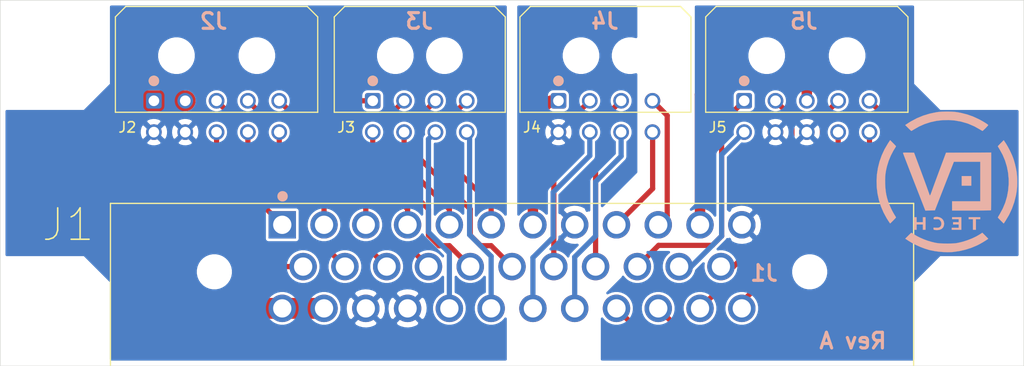
<source format=kicad_pcb>
(kicad_pcb (version 20171130) (host pcbnew "(5.1.10)-1")

  (general
    (thickness 1.6)
    (drawings 19)
    (tracks 148)
    (zones 0)
    (modules 10)
    (nets 34)
  )

  (page A4)
  (layers
    (0 F.Cu signal hide)
    (31 B.Cu signal)
    (32 B.Adhes user)
    (33 F.Adhes user)
    (34 B.Paste user)
    (35 F.Paste user)
    (36 B.SilkS user)
    (37 F.SilkS user)
    (38 B.Mask user)
    (39 F.Mask user)
    (40 Dwgs.User user)
    (41 Cmts.User user)
    (42 Eco1.User user)
    (43 Eco2.User user)
    (44 Edge.Cuts user)
    (45 Margin user)
    (46 B.CrtYd user)
    (47 F.CrtYd user)
    (48 B.Fab user)
    (49 F.Fab user)
  )

  (setup
    (last_trace_width 0.25)
    (user_trace_width 0.3)
    (user_trace_width 0.4)
    (user_trace_width 0.5)
    (user_trace_width 0.75)
    (user_trace_width 1)
    (user_trace_width 2.5)
    (trace_clearance 0.2)
    (zone_clearance 0.254)
    (zone_45_only no)
    (trace_min 0.2)
    (via_size 0.8)
    (via_drill 0.4)
    (via_min_size 0.4)
    (via_min_drill 0.3)
    (uvia_size 0.3)
    (uvia_drill 0.1)
    (uvias_allowed no)
    (uvia_min_size 0.2)
    (uvia_min_drill 0.1)
    (edge_width 0.05)
    (segment_width 0.2)
    (pcb_text_width 0.3)
    (pcb_text_size 1.5 1.5)
    (mod_edge_width 0.12)
    (mod_text_size 1 1)
    (mod_text_width 0.15)
    (pad_size 1.524 1.524)
    (pad_drill 0.762)
    (pad_to_mask_clearance 0)
    (aux_axis_origin 0 0)
    (grid_origin 129.5 125.5)
    (visible_elements 7FFFFFFF)
    (pcbplotparams
      (layerselection 0x010f0_ffffffff)
      (usegerberextensions false)
      (usegerberattributes true)
      (usegerberadvancedattributes true)
      (creategerberjobfile false)
      (excludeedgelayer true)
      (linewidth 0.100000)
      (plotframeref false)
      (viasonmask false)
      (mode 1)
      (useauxorigin false)
      (hpglpennumber 1)
      (hpglpenspeed 20)
      (hpglpendiameter 15.000000)
      (psnegative false)
      (psa4output false)
      (plotreference true)
      (plotvalue true)
      (plotinvisibletext false)
      (padsonsilk false)
      (subtractmaskfromsilk false)
      (outputformat 1)
      (mirror false)
      (drillshape 0)
      (scaleselection 1)
      (outputdirectory "Manufacturing/Gerbers/"))
  )

  (net 0 "")
  (net 1 /PowerSteeringPWM)
  (net 2 /Pump)
  (net 3 /PowerContactorOn)
  (net 4 /ShuntContactorOn)
  (net 5 /ReverseLight)
  (net 6 /ParkingBrake)
  (net 7 GND)
  (net 8 VDD)
  (net 9 /GearParking)
  (net 10 /EmergencyStop)
  (net 11 /GearDrive)
  (net 12 /GearReverse)
  (net 13 /IgnitionOn)
  (net 14 /HighVoltageOn)
  (net 15 /RightSupport)
  (net 16 /LeftSupport)
  (net 17 /CAN_L)
  (net 18 /CAN_H)
  (net 19 /Brake_2)
  (net 20 /Brake_1)
  (net 21 GNDA)
  (net 22 +5VA)
  (net 23 /Accelerator_2)
  (net 24 /Accelerator_1)
  (net 25 /NTC_AW_1)
  (net 26 /NTC_AW_2)
  (net 27 /NTC_FW_1)
  (net 28 /NTC_FW_2)
  (net 29 GNDD)
  (net 30 +5VD)
  (net 31 /HALL_3)
  (net 32 /HALL_2)
  (net 33 /HALL_1)

  (net_class Default "This is the default net class."
    (clearance 0.2)
    (trace_width 0.25)
    (via_dia 0.8)
    (via_drill 0.4)
    (uvia_dia 0.3)
    (uvia_drill 0.1)
    (add_net +5VA)
    (add_net +5VD)
    (add_net /Accelerator_1)
    (add_net /Accelerator_2)
    (add_net /Brake_1)
    (add_net /Brake_2)
    (add_net /CAN_H)
    (add_net /CAN_L)
    (add_net /EmergencyStop)
    (add_net /GearDrive)
    (add_net /GearParking)
    (add_net /GearReverse)
    (add_net /HALL_1)
    (add_net /HALL_2)
    (add_net /HALL_3)
    (add_net /HighVoltageOn)
    (add_net /IgnitionOn)
    (add_net /LeftSupport)
    (add_net /NTC_AW_1)
    (add_net /NTC_AW_2)
    (add_net /NTC_FW_1)
    (add_net /NTC_FW_2)
    (add_net /ParkingBrake)
    (add_net /PowerContactorOn)
    (add_net /PowerSteeringPWM)
    (add_net /Pump)
    (add_net /ReverseLight)
    (add_net /RightSupport)
    (add_net /ShuntContactorOn)
    (add_net GND)
    (add_net GNDA)
    (add_net GNDD)
    (add_net VDD)
  )

  (module MyLibrary:EVT_Logo (layer B.Cu) (tedit 0) (tstamp 615EF1BA)
    (at 171.156 117.372 180)
    (fp_text reference G*** (at 0 0) (layer B.SilkS) hide
      (effects (font (size 1.524 1.524) (thickness 0.3)) (justify mirror))
    )
    (fp_text value LOGO (at 0.75 0) (layer B.SilkS) hide
      (effects (font (size 1.524 1.524) (thickness 0.3)) (justify mirror))
    )
    (fp_poly (pts (xy -3.144266 -5.033896) (xy -2.785746 -5.241748) (xy -2.381309 -5.434017) (xy -1.947912 -5.604026)
      (xy -1.502509 -5.745096) (xy -1.0795 -5.847072) (xy -0.947189 -5.872118) (xy -0.824995 -5.890859)
      (xy -0.700005 -5.904181) (xy -0.559304 -5.912965) (xy -0.389979 -5.918097) (xy -0.179115 -5.920459)
      (xy 0 -5.920938) (xy 0.280337 -5.919661) (xy 0.511711 -5.914393) (xy 0.708612 -5.903545)
      (xy 0.885529 -5.885528) (xy 1.056953 -5.858753) (xy 1.237376 -5.821632) (xy 1.441286 -5.772575)
      (xy 1.508125 -5.75557) (xy 1.846556 -5.655435) (xy 2.197475 -5.527639) (xy 2.543069 -5.37994)
      (xy 2.865523 -5.220095) (xy 3.147025 -5.055864) (xy 3.209665 -5.01452) (xy 3.304742 -4.952329)
      (xy 3.379855 -4.90756) (xy 3.419327 -4.889533) (xy 3.419982 -4.8895) (xy 3.451147 -4.910795)
      (xy 3.517227 -4.96892) (xy 3.608817 -5.055232) (xy 3.716509 -5.161086) (xy 3.726887 -5.171495)
      (xy 4.007577 -5.453491) (xy 3.710351 -5.650642) (xy 3.36388 -5.860561) (xy 2.975347 -6.061563)
      (xy 2.564102 -6.245281) (xy 2.149495 -6.403348) (xy 1.750879 -6.527396) (xy 1.5875 -6.568591)
      (xy 1.210042 -6.642584) (xy 0.803481 -6.698417) (xy 0.387242 -6.73464) (xy -0.019251 -6.749806)
      (xy -0.396573 -6.742465) (xy -0.5715 -6.72959) (xy -1.155268 -6.647519) (xy -1.736312 -6.51518)
      (xy -2.300367 -6.336757) (xy -2.833167 -6.116436) (xy -3.07975 -5.993796) (xy -3.210812 -5.92212)
      (xy -3.355469 -5.839031) (xy -3.503463 -5.750913) (xy -3.644536 -5.66415) (xy -3.768429 -5.585128)
      (xy -3.864884 -5.520232) (xy -3.923641 -5.475847) (xy -3.936849 -5.460338) (xy -3.915693 -5.432935)
      (xy -3.857838 -5.370113) (xy -3.77189 -5.280949) (xy -3.666455 -5.174519) (xy -3.656071 -5.164172)
      (xy -3.375141 -4.884544) (xy -3.144266 -5.033896)) (layer B.SilkS) (width 0.01))
    (fp_poly (pts (xy 1.15893 -3.377617) (xy 1.254795 -3.414497) (xy 1.295278 -3.47718) (xy 1.295919 -3.513681)
      (xy 1.288573 -3.556035) (xy 1.269894 -3.580743) (xy 1.226213 -3.591912) (xy 1.143863 -3.593647)
      (xy 1.038741 -3.590936) (xy 0.913255 -3.588447) (xy 0.832156 -3.593786) (xy 0.77638 -3.612338)
      (xy 0.726862 -3.649486) (xy 0.684058 -3.691091) (xy 0.594542 -3.817029) (xy 0.550576 -3.959813)
      (xy 0.551609 -4.104318) (xy 0.597089 -4.235419) (xy 0.686466 -4.337991) (xy 0.708166 -4.352882)
      (xy 0.774948 -4.386684) (xy 0.851801 -4.404426) (xy 0.958603 -4.409187) (xy 1.055687 -4.406691)
      (xy 1.30175 -4.396904) (xy 1.30175 -4.496358) (xy 1.292559 -4.568334) (xy 1.251806 -4.6028)
      (xy 1.202531 -4.615656) (xy 1.048707 -4.63152) (xy 0.875732 -4.627196) (xy 0.720557 -4.603963)
      (xy 0.6985 -4.598195) (xy 0.523475 -4.519643) (xy 0.394312 -4.397983) (xy 0.313005 -4.236014)
      (xy 0.281546 -4.036538) (xy 0.281214 -4.011765) (xy 0.309773 -3.816037) (xy 0.391442 -3.648835)
      (xy 0.520207 -3.51552) (xy 0.690051 -3.421454) (xy 0.894962 -3.372) (xy 1.005995 -3.365677)
      (xy 1.15893 -3.377617)) (layer B.SilkS) (width 0.01))
    (fp_poly (pts (xy -2.06375 -3.58775) (xy -2.4765 -3.58775) (xy -2.4765 -4.60375) (xy -2.76225 -4.60375)
      (xy -2.76225 -3.58775) (xy -3.175 -3.58775) (xy -3.175 -3.39725) (xy -2.06375 -3.39725)
      (xy -2.06375 -3.58775)) (layer B.SilkS) (width 0.01))
    (fp_poly (pts (xy -0.47625 -3.58775) (xy -1.11125 -3.58775) (xy -1.11125 -3.8735) (xy -0.5715 -3.8735)
      (xy -0.5715 -4.09575) (xy -1.11125 -4.09575) (xy -1.11125 -4.41325) (xy -0.4445 -4.41325)
      (xy -0.4445 -4.60375) (xy -1.36525 -4.60375) (xy -1.36525 -3.39725) (xy -0.47625 -3.39725)
      (xy -0.47625 -3.58775)) (layer B.SilkS) (width 0.01))
    (fp_poly (pts (xy 2.31775 -3.8735) (xy 2.921 -3.8735) (xy 2.921 -3.39725) (xy 3.175 -3.39725)
      (xy 3.175 -4.60375) (xy 2.921 -4.60375) (xy 2.921 -4.09575) (xy 2.31775 -4.09575)
      (xy 2.31775 -4.60375) (xy 2.06375 -4.60375) (xy 2.06375 -3.39725) (xy 2.31775 -3.39725)
      (xy 2.31775 -3.8735)) (layer B.SilkS) (width 0.01))
    (fp_poly (pts (xy -5.139746 3.695138) (xy -5.032612 3.586846) (xy -4.944188 3.494312) (xy -4.883096 3.42679)
      (xy -4.857956 3.393534) (xy -4.857751 3.39249) (xy -4.873519 3.357764) (xy -4.91595 3.28213)
      (xy -4.977734 3.178323) (xy -5.022133 3.106078) (xy -5.314226 2.576638) (xy -5.54852 2.022479)
      (xy -5.724088 1.447124) (xy -5.840007 0.854095) (xy -5.895351 0.246913) (xy -5.896321 -0.222089)
      (xy -5.844547 -0.840102) (xy -5.734115 -1.434488) (xy -5.564381 -2.007431) (xy -5.334706 -2.561117)
      (xy -5.058862 -3.073847) (xy -4.981784 -3.203623) (xy -4.918364 -3.313145) (xy -4.874928 -3.391288)
      (xy -4.857803 -3.42693) (xy -4.85775 -3.42745) (xy -4.878985 -3.455709) (xy -4.936949 -3.519283)
      (xy -5.02303 -3.609027) (xy -5.128619 -3.715799) (xy -5.139395 -3.726538) (xy -5.42104 -4.006878)
      (xy -5.606437 -3.725876) (xy -5.933642 -3.172821) (xy -6.207884 -2.587498) (xy -6.426903 -1.975867)
      (xy -6.588441 -1.343885) (xy -6.657558 -0.9525) (xy -6.686488 -0.691206) (xy -6.704459 -0.388008)
      (xy -6.711507 -0.062266) (xy -6.707662 0.26666) (xy -6.692959 0.57941) (xy -6.667431 0.856625)
      (xy -6.654307 0.9525) (xy -6.589771 1.307633) (xy -6.505037 1.674033) (xy -6.406735 2.025275)
      (xy -6.319724 2.286) (xy -6.226737 2.518181) (xy -6.107884 2.781136) (xy -5.973112 3.055105)
      (xy -5.83237 3.320328) (xy -5.695605 3.557044) (xy -5.618646 3.678602) (xy -5.421742 3.975828)
      (xy -5.139746 3.695138)) (layer B.SilkS) (width 0.01))
    (fp_poly (pts (xy 5.665263 3.659191) (xy 5.990221 3.106626) (xy 6.25789 2.531236) (xy 6.468269 1.937447)
      (xy 6.621358 1.329686) (xy 6.717153 0.712378) (xy 6.755654 0.089952) (xy 6.736858 -0.533168)
      (xy 6.660765 -1.152553) (xy 6.527372 -1.763778) (xy 6.336678 -2.362416) (xy 6.088681 -2.944041)
      (xy 5.783379 -3.504225) (xy 5.668033 -3.686712) (xy 5.58724 -3.808893) (xy 5.519738 -3.908844)
      (xy 5.472644 -3.976175) (xy 5.453119 -4.0005) (xy 5.428513 -3.979348) (xy 5.36814 -3.921637)
      (xy 5.28086 -3.835977) (xy 5.175536 -3.730981) (xy 5.16665 -3.722059) (xy 5.060725 -3.613946)
      (xy 4.973483 -3.521676) (xy 4.913564 -3.45462) (xy 4.889607 -3.42215) (xy 4.8895 -3.421424)
      (xy 4.905658 -3.386309) (xy 4.948711 -3.31205) (xy 5.010519 -3.212468) (xy 5.03496 -3.174371)
      (xy 5.146248 -2.987623) (xy 5.267406 -2.759629) (xy 5.389268 -2.509719) (xy 5.502666 -2.257226)
      (xy 5.598432 -2.02148) (xy 5.649531 -1.878404) (xy 5.751056 -1.540728) (xy 5.82663 -1.214928)
      (xy 5.879432 -0.8817) (xy 5.912643 -0.521739) (xy 5.927561 -0.1905) (xy 5.931921 0.168331)
      (xy 5.921753 0.484085) (xy 5.895003 0.775945) (xy 5.849618 1.063098) (xy 5.783544 1.364728)
      (xy 5.744796 1.51681) (xy 5.589638 2.009199) (xy 5.388588 2.494574) (xy 5.150883 2.951843)
      (xy 5.028402 3.152178) (xy 4.963644 3.255281) (xy 4.914992 3.337932) (xy 4.890771 3.385822)
      (xy 4.8895 3.390965) (xy 4.910776 3.421048) (xy 4.968865 3.486223) (xy 5.055158 3.577207)
      (xy 5.161046 3.684718) (xy 5.172799 3.696437) (xy 5.456099 3.978424) (xy 5.665263 3.659191)) (layer B.SilkS) (width 0.01))
    (fp_poly (pts (xy -2.05962 2.786283) (xy 0.103511 2.778125) (xy 0.654646 1.30175) (xy 0.772528 0.985351)
      (xy 0.891052 0.666084) (xy 1.006849 0.3531) (xy 1.11655 0.055553) (xy 1.216786 -0.217408)
      (xy 1.304187 -0.456629) (xy 1.375385 -0.652958) (xy 1.41886 -0.774246) (xy 1.496227 -0.988297)
      (xy 1.556364 -1.145871) (xy 1.601076 -1.251072) (xy 1.632168 -1.308001) (xy 1.651447 -1.320762)
      (xy 1.656432 -1.313996) (xy 1.674306 -1.26635) (xy 1.70957 -1.169135) (xy 1.758522 -1.032674)
      (xy 1.817459 -0.867293) (xy 1.882679 -0.683316) (xy 1.888535 -0.66675) (xy 1.943732 -0.512366)
      (xy 2.017805 -0.307883) (xy 2.107318 -0.062654) (xy 2.208833 0.213969) (xy 2.318913 0.512636)
      (xy 2.434122 0.823993) (xy 2.551021 1.138689) (xy 2.629559 1.349375) (xy 3.162972 2.778125)
      (xy 3.692861 2.786831) (xy 3.896633 2.789122) (xy 4.044215 2.788008) (xy 4.142844 2.783057)
      (xy 4.199759 2.773834) (xy 4.2222 2.759907) (xy 4.223292 2.755081) (xy 4.212053 2.720242)
      (xy 4.179253 2.630475) (xy 4.126505 2.489973) (xy 4.055421 2.302929) (xy 3.967615 2.073534)
      (xy 3.864701 1.805981) (xy 3.748291 1.504464) (xy 3.619998 1.173173) (xy 3.481436 0.816302)
      (xy 3.334219 0.438043) (xy 3.179958 0.042588) (xy 3.153704 -0.024627) (xy 2.083574 -2.763879)
      (xy 1.167014 -2.746375) (xy 0.259083 -0.420687) (xy -0.648847 1.905) (xy -3.175 1.905)
      (xy -3.175 -1.87325) (xy -0.47625 -1.87325) (xy -0.47625 -2.76225) (xy -2.328334 -2.76225)
      (xy -2.665485 -2.761896) (xy -2.983566 -2.76088) (xy -3.276927 -2.759263) (xy -3.539916 -2.75711)
      (xy -3.766884 -2.754485) (xy -3.952179 -2.751452) (xy -4.090151 -2.748074) (xy -4.17515 -2.744416)
      (xy -4.201584 -2.741083) (xy -4.204752 -2.706873) (xy -4.207777 -2.613771) (xy -4.210623 -2.466385)
      (xy -4.213255 -2.269325) (xy -4.215638 -2.027197) (xy -4.217737 -1.744611) (xy -4.219517 -1.426174)
      (xy -4.220942 -1.076495) (xy -4.221978 -0.700182) (xy -4.22259 -0.301843) (xy -4.22275 0.037263)
      (xy -4.22275 2.794441) (xy -2.05962 2.786283)) (layer B.SilkS) (width 0.01))
    (fp_poly (pts (xy -1.397 -0.381) (xy -2.31775 -0.381) (xy -2.31775 0.53975) (xy -1.397 0.53975)
      (xy -1.397 -0.381)) (layer B.SilkS) (width 0.01))
    (fp_poly (pts (xy 0.473569 6.704393) (xy 0.753946 6.685692) (xy 0.990164 6.657564) (xy 1.000125 6.65597)
      (xy 1.662836 6.518524) (xy 2.29355 6.326343) (xy 2.892814 6.079219) (xy 3.461174 5.776944)
      (xy 3.695774 5.630239) (xy 4.010173 5.42435) (xy 3.728186 5.14105) (xy 3.619492 5.033623)
      (xy 3.526364 4.944899) (xy 3.458082 4.883486) (xy 3.42393 4.857993) (xy 3.422714 4.85775)
      (xy 3.386774 4.873876) (xy 3.312176 4.916701) (xy 3.213229 4.977902) (xy 3.183927 4.99667)
      (xy 2.678435 5.285561) (xy 2.144779 5.520161) (xy 1.588679 5.699881) (xy 1.015857 5.824133)
      (xy 0.432031 5.89233) (xy -0.157078 5.903883) (xy -0.745748 5.858205) (xy -1.328261 5.754707)
      (xy -1.898896 5.592803) (xy -2.059441 5.535552) (xy -2.616952 5.293531) (xy -3.119975 5.01315)
      (xy -3.231693 4.94524) (xy -3.322882 4.892385) (xy -3.38037 4.862093) (xy -3.392529 4.85775)
      (xy -3.422288 4.878979) (xy -3.486754 4.936699) (xy -3.576278 5.021965) (xy -3.675764 5.120351)
      (xy -3.778661 5.22671) (xy -3.862472 5.318908) (xy -3.918217 5.38668) (xy -3.937 5.418919)
      (xy -3.910185 5.454652) (xy -3.835257 5.514372) (xy -3.720492 5.592869) (xy -3.574167 5.684931)
      (xy -3.404558 5.785348) (xy -3.219942 5.888911) (xy -3.032125 5.98859) (xy -2.476443 6.243486)
      (xy -1.900178 6.445271) (xy -1.293854 6.59701) (xy -0.968375 6.656377) (xy -0.733915 6.684862)
      (xy -0.45471 6.703903) (xy -0.14854 6.713502) (xy 0.166813 6.713665) (xy 0.473569 6.704393)) (layer B.SilkS) (width 0.01))
  )

  (module 776163-1:TE_776163-1 (layer F.Cu) (tedit 60EEA4F9) (tstamp 611E72DD)
    (at 129.5 126)
    (path /60EEA6B9)
    (fp_text reference J1 (at -42.5 -4.5) (layer F.SilkS)
      (effects (font (size 3.004346 3.004346) (thickness 0.15)))
    )
    (fp_text value 776163-1 (at -18.136495 34.285545) (layer F.Fab)
      (effects (font (size 3.003551 3.003551) (thickness 0.15)))
    )
    (fp_line (start -38.45 -6.55) (end 38.45 -6.55) (layer F.SilkS) (width 0.127))
    (fp_line (start 38.45 -6.55) (end 38.45 11.3) (layer F.SilkS) (width 0.127))
    (fp_line (start 38.45 11.3) (end -38.45 11.3) (layer F.SilkS) (width 0.127))
    (fp_line (start -38.45 11.3) (end -38.45 -6.55) (layer F.SilkS) (width 0.127))
    (fp_line (start -38.45 11.3) (end 38.45 11.3) (layer F.Fab) (width 0.127))
    (fp_line (start 38.45 11.3) (end 38.45 -6.55) (layer F.Fab) (width 0.127))
    (fp_line (start 38.45 -6.55) (end -38.45 -6.55) (layer F.Fab) (width 0.127))
    (fp_line (start -38.45 -6.55) (end -38.45 11.3) (layer F.Fab) (width 0.127))
    (fp_line (start -38.7 -6.8) (end -38.7 11.5) (layer F.CrtYd) (width 0.05))
    (fp_line (start -38.7 11.5) (end -29.95 11.5) (layer F.CrtYd) (width 0.05))
    (fp_line (start 29.95 11.5) (end 38.7 11.5) (layer F.CrtYd) (width 0.05))
    (fp_line (start 38.7 11.5) (end 38.7 -6.8) (layer F.CrtYd) (width 0.05))
    (fp_line (start 38.7 -6.8) (end -38.7 -6.8) (layer F.CrtYd) (width 0.05))
    (fp_line (start -29.7 11.43) (end -29.7 31.35) (layer F.Fab) (width 0.127))
    (fp_line (start -29.7 31.35) (end 29.7 31.35) (layer F.Fab) (width 0.127))
    (fp_line (start 29.7 31.35) (end 29.7 11.43) (layer F.Fab) (width 0.127))
    (fp_line (start -29.7 11.43) (end -29.7 31.35) (layer F.SilkS) (width 0.127))
    (fp_line (start -29.7 31.35) (end 29.7 31.35) (layer F.SilkS) (width 0.127))
    (fp_line (start 29.7 31.35) (end 29.7 11.43) (layer F.SilkS) (width 0.127))
    (fp_line (start -29.95 11.5) (end -29.95 31.6) (layer F.CrtYd) (width 0.05))
    (fp_line (start -29.95 31.6) (end 29.95 31.6) (layer F.CrtYd) (width 0.05))
    (fp_line (start 29.95 31.6) (end 29.95 11.5) (layer F.CrtYd) (width 0.05))
    (fp_circle (center -22 -7.254) (end -21.8 -7.254) (layer F.SilkS) (width 0.4))
    (fp_line (start -38.45 9.3) (end 38.45 9.3) (layer F.SilkS) (width 0.127))
    (pad 35 thru_hole circle (at 22 3.5) (size 2.625 2.625) (drill 1.75) (layers *.Cu *.Mask)
      (net 27 /NTC_FW_1))
    (pad 34 thru_hole circle (at 18 3.5) (size 2.625 2.625) (drill 1.75) (layers *.Cu *.Mask)
      (net 28 /NTC_FW_2))
    (pad 33 thru_hole circle (at 14 3.5) (size 2.625 2.625) (drill 1.75) (layers *.Cu *.Mask)
      (net 25 /NTC_AW_1))
    (pad 32 thru_hole circle (at 10 3.5) (size 2.625 2.625) (drill 1.75) (layers *.Cu *.Mask)
      (net 26 /NTC_AW_2))
    (pad 31 thru_hole circle (at 6 3.5) (size 2.625 2.625) (drill 1.75) (layers *.Cu *.Mask)
      (net 24 /Accelerator_1))
    (pad 30 thru_hole circle (at 2 3.5) (size 2.625 2.625) (drill 1.75) (layers *.Cu *.Mask)
      (net 23 /Accelerator_2))
    (pad 29 thru_hole circle (at -2 3.5) (size 2.625 2.625) (drill 1.75) (layers *.Cu *.Mask)
      (net 16 /LeftSupport))
    (pad 28 thru_hole circle (at -6 3.5) (size 2.625 2.625) (drill 1.75) (layers *.Cu *.Mask)
      (net 15 /RightSupport))
    (pad 27 thru_hole circle (at -10 3.5) (size 2.625 2.625) (drill 1.75) (layers *.Cu *.Mask)
      (net 7 GND))
    (pad 26 thru_hole circle (at -14 3.5) (size 2.625 2.625) (drill 1.75) (layers *.Cu *.Mask)
      (net 7 GND))
    (pad 25 thru_hole circle (at -18 3.5) (size 2.625 2.625) (drill 1.75) (layers *.Cu *.Mask)
      (net 8 VDD))
    (pad 24 thru_hole circle (at -22 3.5) (size 2.625 2.625) (drill 1.75) (layers *.Cu *.Mask)
      (net 8 VDD))
    (pad 23 thru_hole circle (at 20 -0.5) (size 2.625 2.625) (drill 1.75) (layers *.Cu *.Mask)
      (net 33 /HALL_1))
    (pad 22 thru_hole circle (at 16 -0.5) (size 2.625 2.625) (drill 1.75) (layers *.Cu *.Mask)
      (net 32 /HALL_2))
    (pad 21 thru_hole circle (at 12 -0.5) (size 2.625 2.625) (drill 1.75) (layers *.Cu *.Mask)
      (net 31 /HALL_3))
    (pad 20 thru_hole circle (at 8 -0.5) (size 2.625 2.625) (drill 1.75) (layers *.Cu *.Mask)
      (net 20 /Brake_1))
    (pad 19 thru_hole circle (at 4 -0.5) (size 2.625 2.625) (drill 1.75) (layers *.Cu *.Mask)
      (net 19 /Brake_2))
    (pad 18 thru_hole circle (at 0 -0.5) (size 2.625 2.625) (drill 1.75) (layers *.Cu *.Mask)
      (net 9 /GearParking))
    (pad 17 thru_hole circle (at -4 -0.5) (size 2.625 2.625) (drill 1.75) (layers *.Cu *.Mask)
      (net 12 /GearReverse))
    (pad 16 thru_hole circle (at -8 -0.5) (size 2.625 2.625) (drill 1.75) (layers *.Cu *.Mask)
      (net 11 /GearDrive))
    (pad 15 thru_hole circle (at -12 -0.5) (size 2.625 2.625) (drill 1.75) (layers *.Cu *.Mask)
      (net 2 /Pump))
    (pad 14 thru_hole circle (at -16 -0.5) (size 2.625 2.625) (drill 1.75) (layers *.Cu *.Mask)
      (net 5 /ReverseLight))
    (pad 13 thru_hole circle (at -20 -0.5) (size 2.625 2.625) (drill 1.75) (layers *.Cu *.Mask)
      (net 4 /ShuntContactorOn))
    (pad 12 thru_hole circle (at 22 -4.5) (size 2.625 2.625) (drill 1.75) (layers *.Cu *.Mask)
      (net 29 GNDD))
    (pad 11 thru_hole circle (at 18 -4.5) (size 2.625 2.625) (drill 1.75) (layers *.Cu *.Mask)
      (net 30 +5VD))
    (pad 10 thru_hole circle (at 14 -4.5) (size 2.625 2.625) (drill 1.75) (layers *.Cu *.Mask)
      (net 17 /CAN_L))
    (pad 9 thru_hole circle (at 10 -4.5) (size 2.625 2.625) (drill 1.75) (layers *.Cu *.Mask)
      (net 18 /CAN_H))
    (pad 8 thru_hole circle (at 6 -4.5) (size 2.625 2.625) (drill 1.75) (layers *.Cu *.Mask)
      (net 21 GNDA))
    (pad 7 thru_hole circle (at 2 -4.5) (size 2.625 2.625) (drill 1.75) (layers *.Cu *.Mask)
      (net 22 +5VA))
    (pad 6 thru_hole circle (at -2 -4.5) (size 2.625 2.625) (drill 1.75) (layers *.Cu *.Mask)
      (net 10 /EmergencyStop))
    (pad 5 thru_hole circle (at -6 -4.5) (size 2.625 2.625) (drill 1.75) (layers *.Cu *.Mask)
      (net 13 /IgnitionOn))
    (pad 4 thru_hole circle (at -10 -4.5) (size 2.625 2.625) (drill 1.75) (layers *.Cu *.Mask)
      (net 14 /HighVoltageOn))
    (pad 3 thru_hole circle (at -14 -4.5) (size 2.625 2.625) (drill 1.75) (layers *.Cu *.Mask)
      (net 3 /PowerContactorOn))
    (pad 2 thru_hole circle (at -18 -4.5) (size 2.625 2.625) (drill 1.75) (layers *.Cu *.Mask)
      (net 6 /ParkingBrake))
    (pad 1 thru_hole rect (at -22 -4.5) (size 2.625 2.625) (drill 1.75) (layers *.Cu *.Mask)
      (net 1 /PowerSteeringPWM))
    (pad None np_thru_hole circle (at 28.5 0) (size 2.85 2.85) (drill 2.85) (layers *.Cu *.Mask))
    (pad "" np_thru_hole circle (at -28.5 0) (size 2.85 2.85) (drill 2.85) (layers *.Cu *.Mask))
    (model C:/WorkDiractory/Kicad/KicadMyLib/776163-1/776163-1.step
      (offset (xyz 0 -31.25 11.6))
      (scale (xyz 1 1 1))
      (rotate (xyz -90 0 0))
    )
  )

  (module MyLibrary:Molex_Micro-Fit_3.0_43045-0800_2x04_P3.00mm_Horizontal (layer F.Cu) (tedit 61125A88) (tstamp 611EC088)
    (at 133.945 109.625)
    (descr "Molex Micro-Fit 3.0 Connector System, 43045-0800 (alternative finishes: 43045-080x), 4 Pins per row (https://www.molex.com/pdm_docs/sd/430450201_sd.pdf), generated with kicad-footprint-generator")
    (tags "connector Molex Micro-Fit_3.0 horizontal")
    (path /611EFAA4)
    (fp_text reference J4 (at -2.54 2.54) (layer F.SilkS)
      (effects (font (size 1 1) (thickness 0.15)))
    )
    (fp_text value Conn_02x04_Top_Bottom (at 4.5 5.7) (layer F.Fab)
      (effects (font (size 1 1) (thickness 0.15)))
    )
    (fp_line (start -3.575 0.99) (end -3.575 -7.92) (layer F.Fab) (width 0.1))
    (fp_line (start -3.575 -7.92) (end -2.575 -8.92) (layer F.Fab) (width 0.1))
    (fp_line (start -2.575 -8.92) (end 11.575 -8.92) (layer F.Fab) (width 0.1))
    (fp_line (start 11.575 -8.92) (end 12.575 -7.92) (layer F.Fab) (width 0.1))
    (fp_line (start 12.575 -7.92) (end 12.575 0.99) (layer F.Fab) (width 0.1))
    (fp_line (start 12.575 0.99) (end -3.575 0.99) (layer F.Fab) (width 0.1))
    (fp_line (start -0.75 0.99) (end 0 0) (layer F.Fab) (width 0.1))
    (fp_line (start 0 0) (end 0.75 0.99) (layer F.Fab) (width 0.1))
    (fp_line (start -3.685 1.1) (end -3.685 -8.03) (layer F.SilkS) (width 0.12))
    (fp_line (start -3.685 -8.03) (end -2.685 -9.03) (layer F.SilkS) (width 0.12))
    (fp_line (start -2.685 -9.03) (end 11.685 -9.03) (layer F.SilkS) (width 0.12))
    (fp_line (start 11.685 -9.03) (end 12.685 -8.03) (layer F.SilkS) (width 0.12))
    (fp_line (start 12.685 -8.03) (end 12.685 1.1) (layer F.SilkS) (width 0.12))
    (fp_line (start 12.685 1.1) (end -3.685 1.1) (layer F.SilkS) (width 0.12))
    (fp_line (start -4.08 1.49) (end -4.08 -9.42) (layer F.CrtYd) (width 0.05))
    (fp_line (start -4.08 -9.42) (end 13.08 -9.42) (layer F.CrtYd) (width 0.05))
    (fp_line (start 13.08 -9.42) (end 13.08 1.49) (layer F.CrtYd) (width 0.05))
    (fp_line (start 13.08 1.49) (end 10.25 1.49) (layer F.CrtYd) (width 0.05))
    (fp_line (start 10.25 1.49) (end 10.25 4.25) (layer F.CrtYd) (width 0.05))
    (fp_line (start 10.25 4.25) (end -1.25 4.25) (layer F.CrtYd) (width 0.05))
    (fp_line (start -1.25 4.25) (end -1.25 1.49) (layer F.CrtYd) (width 0.05))
    (fp_line (start -1.25 1.49) (end -4.08 1.49) (layer F.CrtYd) (width 0.05))
    (fp_text user %R (at 4.5 -8.22) (layer F.Fab)
      (effects (font (size 1 1) (thickness 0.15)))
    )
    (pad 8 thru_hole circle (at 9 3) (size 1.5 1.5) (drill 1.02) (layers *.Cu *.Mask)
      (net 18 /CAN_H))
    (pad 7 thru_hole circle (at 6 3) (size 1.5 1.5) (drill 1.02) (layers *.Cu *.Mask)
      (net 24 /Accelerator_1))
    (pad 6 thru_hole circle (at 3 3) (size 1.5 1.5) (drill 1.02) (layers *.Cu *.Mask)
      (net 23 /Accelerator_2))
    (pad 5 thru_hole circle (at 0 3) (size 1.5 1.5) (drill 1.02) (layers *.Cu *.Mask)
      (net 21 GNDA))
    (pad 4 thru_hole circle (at 9 0) (size 1.5 1.5) (drill 1.02) (layers *.Cu *.Mask)
      (net 17 /CAN_L))
    (pad 3 thru_hole circle (at 6 0) (size 1.5 1.5) (drill 1.02) (layers *.Cu *.Mask)
      (net 20 /Brake_1))
    (pad 2 thru_hole circle (at 3 0) (size 1.5 1.5) (drill 1.02) (layers *.Cu *.Mask)
      (net 19 /Brake_2))
    (pad 1 thru_hole roundrect (at 0 0) (size 1.5 1.5) (drill 1.02) (layers *.Cu *.Mask) (roundrect_rratio 0.1666666666666667)
      (net 22 +5VA))
    (pad "" np_thru_hole circle (at 6.86 -4.32) (size 3 3) (drill 3) (layers *.Cu *.Mask))
    (pad "" np_thru_hole circle (at 2.16 -4.32) (size 3 3) (drill 3) (layers *.Cu *.Mask))
    (model C:/WorkDiractory/Kicad/KicadMyLib/3D_Models/430450800.stp
      (offset (xyz 4.5 4 3.5))
      (scale (xyz 1 1 1))
      (rotate (xyz -90 0 180))
    )
  )

  (module MyLibrary:Molex_Micro-Fit_3.0_43045-0800_2x04_P3.00mm_Horizontal (layer F.Cu) (tedit 61125A88) (tstamp 611E88E1)
    (at 116.165 109.625)
    (descr "Molex Micro-Fit 3.0 Connector System, 43045-0800 (alternative finishes: 43045-080x), 4 Pins per row (https://www.molex.com/pdm_docs/sd/430450201_sd.pdf), generated with kicad-footprint-generator")
    (tags "connector Molex Micro-Fit_3.0 horizontal")
    (path /611ED88C)
    (fp_text reference J3 (at -2.54 2.54) (layer F.SilkS)
      (effects (font (size 1 1) (thickness 0.15)))
    )
    (fp_text value Conn_02x04_Top_Bottom (at 4.5 5.7) (layer F.Fab)
      (effects (font (size 1 1) (thickness 0.15)))
    )
    (fp_line (start -3.575 0.99) (end -3.575 -7.92) (layer F.Fab) (width 0.1))
    (fp_line (start -3.575 -7.92) (end -2.575 -8.92) (layer F.Fab) (width 0.1))
    (fp_line (start -2.575 -8.92) (end 11.575 -8.92) (layer F.Fab) (width 0.1))
    (fp_line (start 11.575 -8.92) (end 12.575 -7.92) (layer F.Fab) (width 0.1))
    (fp_line (start 12.575 -7.92) (end 12.575 0.99) (layer F.Fab) (width 0.1))
    (fp_line (start 12.575 0.99) (end -3.575 0.99) (layer F.Fab) (width 0.1))
    (fp_line (start -0.75 0.99) (end 0 0) (layer F.Fab) (width 0.1))
    (fp_line (start 0 0) (end 0.75 0.99) (layer F.Fab) (width 0.1))
    (fp_line (start -3.685 1.1) (end -3.685 -8.03) (layer F.SilkS) (width 0.12))
    (fp_line (start -3.685 -8.03) (end -2.685 -9.03) (layer F.SilkS) (width 0.12))
    (fp_line (start -2.685 -9.03) (end 11.685 -9.03) (layer F.SilkS) (width 0.12))
    (fp_line (start 11.685 -9.03) (end 12.685 -8.03) (layer F.SilkS) (width 0.12))
    (fp_line (start 12.685 -8.03) (end 12.685 1.1) (layer F.SilkS) (width 0.12))
    (fp_line (start 12.685 1.1) (end -3.685 1.1) (layer F.SilkS) (width 0.12))
    (fp_line (start -4.08 1.49) (end -4.08 -9.42) (layer F.CrtYd) (width 0.05))
    (fp_line (start -4.08 -9.42) (end 13.08 -9.42) (layer F.CrtYd) (width 0.05))
    (fp_line (start 13.08 -9.42) (end 13.08 1.49) (layer F.CrtYd) (width 0.05))
    (fp_line (start 13.08 1.49) (end 10.25 1.49) (layer F.CrtYd) (width 0.05))
    (fp_line (start 10.25 1.49) (end 10.25 4.25) (layer F.CrtYd) (width 0.05))
    (fp_line (start 10.25 4.25) (end -1.25 4.25) (layer F.CrtYd) (width 0.05))
    (fp_line (start -1.25 4.25) (end -1.25 1.49) (layer F.CrtYd) (width 0.05))
    (fp_line (start -1.25 1.49) (end -4.08 1.49) (layer F.CrtYd) (width 0.05))
    (fp_text user %R (at 4.5 -8.22) (layer F.Fab)
      (effects (font (size 1 1) (thickness 0.15)))
    )
    (pad 8 thru_hole circle (at 9 3) (size 1.5 1.5) (drill 1.02) (layers *.Cu *.Mask)
      (net 16 /LeftSupport))
    (pad 7 thru_hole circle (at 6 3) (size 1.5 1.5) (drill 1.02) (layers *.Cu *.Mask)
      (net 15 /RightSupport))
    (pad 6 thru_hole circle (at 3 3) (size 1.5 1.5) (drill 1.02) (layers *.Cu *.Mask)
      (net 13 /IgnitionOn))
    (pad 5 thru_hole circle (at 0 3) (size 1.5 1.5) (drill 1.02) (layers *.Cu *.Mask)
      (net 14 /HighVoltageOn))
    (pad 4 thru_hole circle (at 9 0) (size 1.5 1.5) (drill 1.02) (layers *.Cu *.Mask)
      (net 10 /EmergencyStop))
    (pad 3 thru_hole circle (at 6 0) (size 1.5 1.5) (drill 1.02) (layers *.Cu *.Mask)
      (net 9 /GearParking))
    (pad 2 thru_hole circle (at 3 0) (size 1.5 1.5) (drill 1.02) (layers *.Cu *.Mask)
      (net 12 /GearReverse))
    (pad 1 thru_hole roundrect (at 0 0) (size 1.5 1.5) (drill 1.02) (layers *.Cu *.Mask) (roundrect_rratio 0.1666666666666667)
      (net 11 /GearDrive))
    (pad "" np_thru_hole circle (at 6.86 -4.32) (size 3 3) (drill 3) (layers *.Cu *.Mask))
    (pad "" np_thru_hole circle (at 2.16 -4.32) (size 3 3) (drill 3) (layers *.Cu *.Mask))
    (model C:/WorkDiractory/Kicad/KicadMyLib/3D_Models/430450800.stp
      (offset (xyz 4.5 4 3.5))
      (scale (xyz 1 1 1))
      (rotate (xyz -90 0 180))
    )
  )

  (module MountingHole:MountingHole_4.5mm (layer F.Cu) (tedit 56D1B4CB) (tstamp 611E71F7)
    (at 85.5 130)
    (descr "Mounting Hole 4.5mm, no annular")
    (tags "mounting hole 4.5mm no annular")
    (path /6116A47D)
    (attr virtual)
    (fp_text reference H2 (at 0 -5.5) (layer F.SilkS) hide
      (effects (font (size 1 1) (thickness 0.15)))
    )
    (fp_text value MountingHole (at 0 5.5) (layer F.Fab)
      (effects (font (size 1 1) (thickness 0.15)))
    )
    (fp_circle (center 0 0) (end 4.5 0) (layer Cmts.User) (width 0.15))
    (fp_circle (center 0 0) (end 4.75 0) (layer F.CrtYd) (width 0.05))
    (fp_text user %R (at 0.3 0) (layer F.Fab)
      (effects (font (size 1 1) (thickness 0.15)))
    )
    (pad 1 np_thru_hole circle (at 0 0) (size 4.5 4.5) (drill 4.5) (layers *.Cu *.Mask))
  )

  (module MyLibrary:Molex_Micro-Fit_3.0_43045-1000_2x05_P3.00mm_Horizontal (layer F.Cu) (tedit 61125CB1) (tstamp 611E4B3D)
    (at 151.725 109.625)
    (descr "Molex Micro-Fit 3.0 Connector System, 43045-1000 (alternative finishes: 43045-100x), 5 Pins per row (https://www.molex.com/pdm_docs/sd/430450201_sd.pdf), generated with kicad-footprint-generator")
    (tags "connector Molex Micro-Fit_3.0 horizontal")
    (path /611EFE6E)
    (fp_text reference J5 (at -2.54 2.54) (layer F.SilkS)
      (effects (font (size 1 1) (thickness 0.15)))
    )
    (fp_text value Conn_02x05_Top_Bottom (at 6 5.7) (layer F.Fab)
      (effects (font (size 1 1) (thickness 0.15)))
    )
    (fp_line (start -3.575 0.99) (end -3.575 -7.92) (layer F.Fab) (width 0.1))
    (fp_line (start -3.575 -7.92) (end -2.575 -8.92) (layer F.Fab) (width 0.1))
    (fp_line (start -2.575 -8.92) (end 14.575 -8.92) (layer F.Fab) (width 0.1))
    (fp_line (start 14.575 -8.92) (end 15.575 -7.92) (layer F.Fab) (width 0.1))
    (fp_line (start 15.575 -7.92) (end 15.575 0.99) (layer F.Fab) (width 0.1))
    (fp_line (start 15.575 0.99) (end -3.575 0.99) (layer F.Fab) (width 0.1))
    (fp_line (start -0.75 0.99) (end 0 0) (layer F.Fab) (width 0.1))
    (fp_line (start 0 0) (end 0.75 0.99) (layer F.Fab) (width 0.1))
    (fp_line (start -3.685 1.1) (end -3.685 -8.03) (layer F.SilkS) (width 0.12))
    (fp_line (start -3.685 -8.03) (end -2.685 -9.03) (layer F.SilkS) (width 0.12))
    (fp_line (start -2.685 -9.03) (end 14.685 -9.03) (layer F.SilkS) (width 0.12))
    (fp_line (start 14.685 -9.03) (end 15.685 -8.03) (layer F.SilkS) (width 0.12))
    (fp_line (start 15.685 -8.03) (end 15.685 1.1) (layer F.SilkS) (width 0.12))
    (fp_line (start 15.685 1.1) (end -3.685 1.1) (layer F.SilkS) (width 0.12))
    (fp_line (start -4.08 1.49) (end -4.08 -9.42) (layer F.CrtYd) (width 0.05))
    (fp_line (start -4.08 -9.42) (end 16.08 -9.42) (layer F.CrtYd) (width 0.05))
    (fp_line (start 16.08 -9.42) (end 16.08 1.49) (layer F.CrtYd) (width 0.05))
    (fp_line (start 16.08 1.49) (end 13.25 1.49) (layer F.CrtYd) (width 0.05))
    (fp_line (start 13.25 1.49) (end 13.25 4.25) (layer F.CrtYd) (width 0.05))
    (fp_line (start 13.25 4.25) (end -1.25 4.25) (layer F.CrtYd) (width 0.05))
    (fp_line (start -1.25 4.25) (end -1.25 1.49) (layer F.CrtYd) (width 0.05))
    (fp_line (start -1.25 1.49) (end -4.08 1.49) (layer F.CrtYd) (width 0.05))
    (fp_text user %R (at 6 -8.22) (layer F.Fab)
      (effects (font (size 1 1) (thickness 0.15)))
    )
    (pad 10 thru_hole circle (at 12 3) (size 1.5 1.5) (drill 1.02) (layers *.Cu *.Mask)
      (net 25 /NTC_AW_1))
    (pad 9 thru_hole circle (at 9 3) (size 1.5 1.5) (drill 1.02) (layers *.Cu *.Mask)
      (net 27 /NTC_FW_1))
    (pad 8 thru_hole circle (at 6 3) (size 1.5 1.5) (drill 1.02) (layers *.Cu *.Mask)
      (net 29 GNDD))
    (pad 7 thru_hole circle (at 3 3) (size 1.5 1.5) (drill 1.02) (layers *.Cu *.Mask)
      (net 29 GNDD))
    (pad 6 thru_hole circle (at 0 3) (size 1.5 1.5) (drill 1.02) (layers *.Cu *.Mask)
      (net 32 /HALL_2))
    (pad 5 thru_hole circle (at 12 0) (size 1.5 1.5) (drill 1.02) (layers *.Cu *.Mask)
      (net 26 /NTC_AW_2))
    (pad 4 thru_hole circle (at 9 0) (size 1.5 1.5) (drill 1.02) (layers *.Cu *.Mask)
      (net 28 /NTC_FW_2))
    (pad 3 thru_hole circle (at 6 0) (size 1.5 1.5) (drill 1.02) (layers *.Cu *.Mask)
      (net 30 +5VD))
    (pad 2 thru_hole circle (at 3 0) (size 1.5 1.5) (drill 1.02) (layers *.Cu *.Mask)
      (net 33 /HALL_1))
    (pad 1 thru_hole roundrect (at 0 0) (size 1.5 1.5) (drill 1.02) (layers *.Cu *.Mask) (roundrect_rratio 0.1666666666666667)
      (net 31 /HALL_3))
    (pad "" np_thru_hole circle (at 9.86 -4.32) (size 3 3) (drill 3) (layers *.Cu *.Mask))
    (pad "" np_thru_hole circle (at 2.16 -4.32) (size 3 3) (drill 3) (layers *.Cu *.Mask))
    (model C:/WorkDiractory/Kicad/KicadMyLib/3D_Models/43045-1000--3DModel-STEP-390490.STEP
      (offset (xyz 6 4 3.5))
      (scale (xyz 1 1 1))
      (rotate (xyz -90 0 180))
    )
  )

  (module MyLibrary:Molex_Micro-Fit_3.0_43045-1000_2x05_P3.00mm_Horizontal (layer F.Cu) (tedit 61125CB1) (tstamp 611E4AC8)
    (at 95.21 109.625)
    (descr "Molex Micro-Fit 3.0 Connector System, 43045-1000 (alternative finishes: 43045-100x), 5 Pins per row (https://www.molex.com/pdm_docs/sd/430450201_sd.pdf), generated with kicad-footprint-generator")
    (tags "connector Molex Micro-Fit_3.0 horizontal")
    (path /611EC57F)
    (fp_text reference J2 (at -2.54 2.54) (layer F.SilkS)
      (effects (font (size 1 1) (thickness 0.15)))
    )
    (fp_text value Conn_02x05_Top_Bottom (at 6 5.7) (layer F.Fab)
      (effects (font (size 1 1) (thickness 0.15)))
    )
    (fp_line (start -3.575 0.99) (end -3.575 -7.92) (layer F.Fab) (width 0.1))
    (fp_line (start -3.575 -7.92) (end -2.575 -8.92) (layer F.Fab) (width 0.1))
    (fp_line (start -2.575 -8.92) (end 14.575 -8.92) (layer F.Fab) (width 0.1))
    (fp_line (start 14.575 -8.92) (end 15.575 -7.92) (layer F.Fab) (width 0.1))
    (fp_line (start 15.575 -7.92) (end 15.575 0.99) (layer F.Fab) (width 0.1))
    (fp_line (start 15.575 0.99) (end -3.575 0.99) (layer F.Fab) (width 0.1))
    (fp_line (start -0.75 0.99) (end 0 0) (layer F.Fab) (width 0.1))
    (fp_line (start 0 0) (end 0.75 0.99) (layer F.Fab) (width 0.1))
    (fp_line (start -3.685 1.1) (end -3.685 -8.03) (layer F.SilkS) (width 0.12))
    (fp_line (start -3.685 -8.03) (end -2.685 -9.03) (layer F.SilkS) (width 0.12))
    (fp_line (start -2.685 -9.03) (end 14.685 -9.03) (layer F.SilkS) (width 0.12))
    (fp_line (start 14.685 -9.03) (end 15.685 -8.03) (layer F.SilkS) (width 0.12))
    (fp_line (start 15.685 -8.03) (end 15.685 1.1) (layer F.SilkS) (width 0.12))
    (fp_line (start 15.685 1.1) (end -3.685 1.1) (layer F.SilkS) (width 0.12))
    (fp_line (start -4.08 1.49) (end -4.08 -9.42) (layer F.CrtYd) (width 0.05))
    (fp_line (start -4.08 -9.42) (end 16.08 -9.42) (layer F.CrtYd) (width 0.05))
    (fp_line (start 16.08 -9.42) (end 16.08 1.49) (layer F.CrtYd) (width 0.05))
    (fp_line (start 16.08 1.49) (end 13.25 1.49) (layer F.CrtYd) (width 0.05))
    (fp_line (start 13.25 1.49) (end 13.25 4.25) (layer F.CrtYd) (width 0.05))
    (fp_line (start 13.25 4.25) (end -1.25 4.25) (layer F.CrtYd) (width 0.05))
    (fp_line (start -1.25 4.25) (end -1.25 1.49) (layer F.CrtYd) (width 0.05))
    (fp_line (start -1.25 1.49) (end -4.08 1.49) (layer F.CrtYd) (width 0.05))
    (fp_text user %R (at 6 -8.22) (layer F.Fab)
      (effects (font (size 1 1) (thickness 0.15)))
    )
    (pad 10 thru_hole circle (at 12 3) (size 1.5 1.5) (drill 1.02) (layers *.Cu *.Mask)
      (net 2 /Pump))
    (pad 9 thru_hole circle (at 9 3) (size 1.5 1.5) (drill 1.02) (layers *.Cu *.Mask)
      (net 5 /ReverseLight))
    (pad 8 thru_hole circle (at 6 3) (size 1.5 1.5) (drill 1.02) (layers *.Cu *.Mask)
      (net 4 /ShuntContactorOn))
    (pad 7 thru_hole circle (at 3 3) (size 1.5 1.5) (drill 1.02) (layers *.Cu *.Mask)
      (net 7 GND))
    (pad 6 thru_hole circle (at 0 3) (size 1.5 1.5) (drill 1.02) (layers *.Cu *.Mask)
      (net 7 GND))
    (pad 5 thru_hole circle (at 12 0) (size 1.5 1.5) (drill 1.02) (layers *.Cu *.Mask)
      (net 3 /PowerContactorOn))
    (pad 4 thru_hole circle (at 9 0) (size 1.5 1.5) (drill 1.02) (layers *.Cu *.Mask)
      (net 6 /ParkingBrake))
    (pad 3 thru_hole circle (at 6 0) (size 1.5 1.5) (drill 1.02) (layers *.Cu *.Mask)
      (net 1 /PowerSteeringPWM))
    (pad 2 thru_hole circle (at 3 0) (size 1.5 1.5) (drill 1.02) (layers *.Cu *.Mask)
      (net 8 VDD))
    (pad 1 thru_hole roundrect (at 0 0) (size 1.5 1.5) (drill 1.02) (layers *.Cu *.Mask) (roundrect_rratio 0.1666666666666667)
      (net 8 VDD))
    (pad "" np_thru_hole circle (at 9.86 -4.32) (size 3 3) (drill 3) (layers *.Cu *.Mask))
    (pad "" np_thru_hole circle (at 2.16 -4.32) (size 3 3) (drill 3) (layers *.Cu *.Mask))
    (model C:/WorkDiractory/Kicad/KicadMyLib/3D_Models/43045-1000--3DModel-STEP-390490.STEP
      (offset (xyz 6 4 3.5))
      (scale (xyz 1 1 1))
      (rotate (xyz -90 0 180))
    )
  )

  (module MountingHole:MountingHole_4.5mm (layer F.Cu) (tedit 56D1B4CB) (tstamp 61163713)
    (at 173.5 130)
    (descr "Mounting Hole 4.5mm, no annular")
    (tags "mounting hole 4.5mm no annular")
    (path /6116D48C)
    (attr virtual)
    (fp_text reference H4 (at 0 -5.5) (layer F.SilkS) hide
      (effects (font (size 1 1) (thickness 0.15)))
    )
    (fp_text value MountingHole (at 0 5.5) (layer F.Fab)
      (effects (font (size 1 1) (thickness 0.15)))
    )
    (fp_circle (center 0 0) (end 4.75 0) (layer F.CrtYd) (width 0.05))
    (fp_circle (center 0 0) (end 4.5 0) (layer Cmts.User) (width 0.15))
    (fp_text user %R (at 0.3 0) (layer F.Fab)
      (effects (font (size 1 1) (thickness 0.15)))
    )
    (pad 1 np_thru_hole circle (at 0 0) (size 4.5 4.5) (drill 4.5) (layers *.Cu *.Mask))
  )

  (module MountingHole:MountingHole_4.5mm (layer F.Cu) (tedit 56D1B4CB) (tstamp 6116370B)
    (at 173.5 105)
    (descr "Mounting Hole 4.5mm, no annular")
    (tags "mounting hole 4.5mm no annular")
    (path /6116D486)
    (attr virtual)
    (fp_text reference H3 (at 0 -5.5) (layer F.SilkS) hide
      (effects (font (size 1 1) (thickness 0.15)))
    )
    (fp_text value MountingHole (at 0 5.5) (layer F.Fab)
      (effects (font (size 1 1) (thickness 0.15)))
    )
    (fp_circle (center 0 0) (end 4.75 0) (layer F.CrtYd) (width 0.05))
    (fp_circle (center 0 0) (end 4.5 0) (layer Cmts.User) (width 0.15))
    (fp_text user %R (at 0.3 0) (layer F.Fab)
      (effects (font (size 1 1) (thickness 0.15)))
    )
    (pad 1 np_thru_hole circle (at 0 0) (size 4.5 4.5) (drill 4.5) (layers *.Cu *.Mask))
  )

  (module MountingHole:MountingHole_4.5mm (layer F.Cu) (tedit 56D1B4CB) (tstamp 61163404)
    (at 85.5 105)
    (descr "Mounting Hole 4.5mm, no annular")
    (tags "mounting hole 4.5mm no annular")
    (path /61169F41)
    (attr virtual)
    (fp_text reference H1 (at 0 -5.5) (layer F.SilkS) hide
      (effects (font (size 1 1) (thickness 0.15)))
    )
    (fp_text value MountingHole (at 0 5.5) (layer F.Fab)
      (effects (font (size 1 1) (thickness 0.15)))
    )
    (fp_circle (center 0 0) (end 4.75 0) (layer F.CrtYd) (width 0.05))
    (fp_circle (center 0 0) (end 4.5 0) (layer Cmts.User) (width 0.15))
    (fp_text user %R (at 0.3 0) (layer F.Fab)
      (effects (font (size 1 1) (thickness 0.15)))
    )
    (pad 1 np_thru_hole circle (at 0 0) (size 4.5 4.5) (drill 4.5) (layers *.Cu *.Mask))
  )

  (gr_circle (center 107.529 118.769) (end 107.779 118.769) (layer B.SilkS) (width 0.5) (tstamp 615EEB02))
  (gr_text J1 (at 153.63 126.135) (layer B.SilkS) (tstamp 611FD5BE)
    (effects (font (size 1.5 1.5) (thickness 0.3)) (justify mirror))
  )
  (gr_circle (center 151.725 107.72) (end 151.975 107.72) (layer B.SilkS) (width 0.5) (tstamp 611FD34B))
  (gr_circle (center 133.945 107.72) (end 134.195 107.72) (layer B.SilkS) (width 0.5) (tstamp 611FD34B))
  (gr_circle (center 116.165 107.72) (end 116.415 107.72) (layer B.SilkS) (width 0.5) (tstamp 611FD34B))
  (gr_circle (center 95.21 107.72) (end 95.46 107.72) (layer B.SilkS) (width 0.5) (tstamp 611FD2F4))
  (gr_circle (center 151.725 107.72) (end 151.975 107.72) (layer F.SilkS) (width 0.5) (tstamp 611FD2F4))
  (gr_circle (center 133.945 107.72) (end 134.195 107.72) (layer F.SilkS) (width 0.5) (tstamp 611FD2F4))
  (gr_circle (center 116.165 107.72) (end 116.415 107.72) (layer F.SilkS) (width 0.5) (tstamp 611FD2F4))
  (gr_circle (center 95.21 107.72) (end 95.46 107.72) (layer F.SilkS) (width 0.5))
  (gr_text J5 (at 157.44 102.005) (layer B.SilkS) (tstamp 611FD180)
    (effects (font (size 1.5 1.5) (thickness 0.3)) (justify mirror))
  )
  (gr_text J4 (at 138.39 102.005) (layer B.SilkS) (tstamp 611FD180)
    (effects (font (size 1.5 1.5) (thickness 0.3)) (justify mirror))
  )
  (gr_text J3 (at 120.61 102.005) (layer B.SilkS) (tstamp 611FD180)
    (effects (font (size 1.5 1.5) (thickness 0.3)) (justify mirror))
  )
  (gr_text J2 (at 100.925 102.005) (layer B.SilkS)
    (effects (font (size 1.5 1.5) (thickness 0.3)) (justify mirror))
  )
  (gr_text "Rev A" (at 162.139 132.612) (layer B.SilkS)
    (effects (font (size 1.5 1.5) (thickness 0.3)) (justify mirror))
  )
  (gr_line (start 80.5 100) (end 178.5 100) (layer Edge.Cuts) (width 0.05) (tstamp 611626E0))
  (gr_line (start 178.5 135) (end 178.5 100) (layer Edge.Cuts) (width 0.05))
  (gr_line (start 80.5 135) (end 80.5 100) (layer Edge.Cuts) (width 0.05))
  (gr_line (start 178.5 135) (end 80.5 135) (layer Edge.Cuts) (width 0.05))

  (segment (start 101.21 109.625) (end 102.703 111.118) (width 0.5) (layer F.Cu) (net 1))
  (segment (start 102.703 116.703) (end 107.5 121.5) (width 0.5) (layer F.Cu) (net 1))
  (segment (start 102.703 111.118) (end 102.703 116.703) (width 0.5) (layer F.Cu) (net 1))
  (segment (start 107.21 112.625) (end 107.21 116.164) (width 0.5) (layer F.Cu) (net 2))
  (segment (start 107.21 116.164) (end 107.91 116.864) (width 0.5) (layer F.Cu) (net 2))
  (segment (start 107.91 116.864) (end 110.831 116.864) (width 0.5) (layer F.Cu) (net 2))
  (segment (start 110.831 116.864) (end 113.498 119.531) (width 0.5) (layer F.Cu) (net 2))
  (segment (start 113.498 119.531) (end 113.498 122.579) (width 0.5) (layer F.Cu) (net 2))
  (segment (start 113.498 122.579) (end 114.641 123.722) (width 0.5) (layer F.Cu) (net 2))
  (segment (start 115.722 123.722) (end 117.5 125.5) (width 0.5) (layer F.Cu) (net 2))
  (segment (start 114.641 123.722) (end 115.722 123.722) (width 0.5) (layer F.Cu) (net 2))
  (segment (start 107.21 109.625) (end 108.672 111.087) (width 0.5) (layer F.Cu) (net 3))
  (segment (start 108.672 111.087) (end 108.672 114.832) (width 0.5) (layer F.Cu) (net 3))
  (segment (start 108.672 114.832) (end 109.688 115.848) (width 0.5) (layer F.Cu) (net 3))
  (segment (start 109.688 115.848) (end 111.466 115.848) (width 0.5) (layer F.Cu) (net 3))
  (segment (start 115.5 119.882) (end 115.5 121.5) (width 0.5) (layer F.Cu) (net 3))
  (segment (start 111.466 115.848) (end 115.5 119.882) (width 0.5) (layer F.Cu) (net 3))
  (segment (start 101.21 112.625) (end 101.21 119.943) (width 0.5) (layer F.Cu) (net 4))
  (segment (start 106.767 125.5) (end 109.5 125.5) (width 0.5) (layer F.Cu) (net 4))
  (segment (start 101.21 119.943) (end 106.767 125.5) (width 0.5) (layer F.Cu) (net 4))
  (segment (start 104.21 112.625) (end 104.21 116.339) (width 0.5) (layer F.Cu) (net 5))
  (segment (start 104.21 116.339) (end 107.148 119.277) (width 0.5) (layer F.Cu) (net 5))
  (segment (start 107.148 119.277) (end 108.926 119.277) (width 0.5) (layer F.Cu) (net 5))
  (segment (start 108.926 119.277) (end 109.561 119.912) (width 0.5) (layer F.Cu) (net 5))
  (segment (start 109.561 119.912) (end 109.561 122.579) (width 0.5) (layer F.Cu) (net 5))
  (segment (start 109.561 122.579) (end 110.958 123.976) (width 0.5) (layer F.Cu) (net 5))
  (segment (start 111.976 123.976) (end 113.5 125.5) (width 0.5) (layer F.Cu) (net 5))
  (segment (start 110.958 123.976) (end 111.976 123.976) (width 0.5) (layer F.Cu) (net 5))
  (segment (start 104.21 109.625) (end 105.751 111.166) (width 0.5) (layer F.Cu) (net 6))
  (segment (start 105.751 111.166) (end 105.751 116.356) (width 0.5) (layer F.Cu) (net 6))
  (segment (start 105.751 116.356) (end 107.402 118.007) (width 0.5) (layer F.Cu) (net 6))
  (segment (start 107.402 118.007) (end 109.942 118.007) (width 0.5) (layer F.Cu) (net 6))
  (segment (start 111.5 119.565) (end 111.5 121.5) (width 0.5) (layer F.Cu) (net 6))
  (segment (start 109.942 118.007) (end 111.5 119.565) (width 0.5) (layer F.Cu) (net 6))
  (segment (start 111.5 129.5) (end 107.5 129.5) (width 2) (layer F.Cu) (net 8))
  (segment (start 107.5 129.5) (end 97.305 129.5) (width 2) (layer F.Cu) (net 8))
  (segment (start 97.305 129.5) (end 90.765 122.96) (width 2) (layer F.Cu) (net 8))
  (segment (start 90.765 122.96) (end 90.765 112.165) (width 2) (layer F.Cu) (net 8))
  (segment (start 93.305 109.625) (end 98.21 109.625) (width 2) (layer F.Cu) (net 8))
  (segment (start 90.765 112.165) (end 93.305 109.625) (width 2) (layer F.Cu) (net 8))
  (segment (start 129.5 125.5) (end 127.5 123.5) (width 0.5) (layer F.Cu) (net 9))
  (segment (start 127.5 123.5) (end 126.5 123.5) (width 0.5) (layer F.Cu) (net 9))
  (segment (start 126.5 123.5) (end 125.5 122.5) (width 0.5) (layer F.Cu) (net 9))
  (segment (start 125.5 122.5) (end 125.5 120) (width 0.5) (layer F.Cu) (net 9))
  (segment (start 125.5 120) (end 120.5 115) (width 0.5) (layer F.Cu) (net 9))
  (segment (start 120.5 111.29) (end 122.165 109.625) (width 0.5) (layer F.Cu) (net 9))
  (segment (start 120.5 115) (end 120.5 111.29) (width 0.5) (layer F.Cu) (net 9))
  (segment (start 127.5 121.5) (end 127.5 119.563) (width 0.5) (layer F.Cu) (net 10))
  (segment (start 127.5 119.563) (end 123.658 115.721) (width 0.5) (layer F.Cu) (net 10))
  (segment (start 123.658 111.132) (end 125.165 109.625) (width 0.5) (layer F.Cu) (net 10))
  (segment (start 123.658 115.721) (end 123.658 111.132) (width 0.5) (layer F.Cu) (net 10))
  (segment (start 121.5 125.5) (end 119.5 123.5) (width 0.5) (layer F.Cu) (net 11))
  (segment (start 119.5 123.5) (end 118.5 123.5) (width 0.5) (layer F.Cu) (net 11))
  (segment (start 118.5 123.5) (end 117.5 122.5) (width 0.5) (layer F.Cu) (net 11))
  (segment (start 117.5 122.5) (end 117.5 119.5) (width 0.5) (layer F.Cu) (net 11))
  (segment (start 117.5 119.5) (end 113 115) (width 0.5) (layer F.Cu) (net 11))
  (segment (start 113 115) (end 113 111) (width 0.5) (layer F.Cu) (net 11))
  (segment (start 114.375 109.625) (end 116.165 109.625) (width 0.5) (layer F.Cu) (net 11))
  (segment (start 113 111) (end 114.375 109.625) (width 0.5) (layer F.Cu) (net 11))
  (segment (start 125.5 125.5) (end 123.5 123.5) (width 0.5) (layer F.Cu) (net 12))
  (segment (start 123.5 123.5) (end 122.5 123.5) (width 0.5) (layer F.Cu) (net 12))
  (segment (start 122.5 123.5) (end 121.5 122.5) (width 0.5) (layer F.Cu) (net 12))
  (segment (start 121.5 122.5) (end 121.5 120) (width 0.5) (layer F.Cu) (net 12))
  (segment (start 121.5 120) (end 117.5 116) (width 0.5) (layer F.Cu) (net 12))
  (segment (start 117.5 111.29) (end 119.165 109.625) (width 0.5) (layer F.Cu) (net 12))
  (segment (start 117.5 116) (end 117.5 111.29) (width 0.5) (layer F.Cu) (net 12))
  (segment (start 123.5 121.5) (end 123.5 120) (width 0.5) (layer F.Cu) (net 13))
  (segment (start 119.165 115.665) (end 119.165 112.625) (width 0.5) (layer F.Cu) (net 13))
  (segment (start 123.5 120) (end 119.165 115.665) (width 0.5) (layer F.Cu) (net 13))
  (segment (start 119.5 121.5) (end 119.5 120) (width 0.5) (layer F.Cu) (net 14))
  (segment (start 116.165 116.665) (end 116.165 112.625) (width 0.5) (layer F.Cu) (net 14))
  (segment (start 119.5 120) (end 116.165 116.665) (width 0.5) (layer F.Cu) (net 14))
  (segment (start 123.5 129.5) (end 123.5 124.199) (width 0.5) (layer B.Cu) (net 15))
  (segment (start 123.5 124.199) (end 121.499 122.198) (width 0.5) (layer B.Cu) (net 15))
  (segment (start 121.499 113.291) (end 122.165 112.625) (width 0.5) (layer B.Cu) (net 15))
  (segment (start 121.499 122.198) (end 121.499 113.291) (width 0.5) (layer B.Cu) (net 15))
  (segment (start 127.5 129.5) (end 127.5 124.516) (width 0.5) (layer B.Cu) (net 16))
  (segment (start 127.5 124.516) (end 125.436 122.452) (width 0.5) (layer B.Cu) (net 16))
  (segment (start 125.436 112.896) (end 125.165 112.625) (width 0.5) (layer B.Cu) (net 16))
  (segment (start 125.436 122.452) (end 125.436 112.896) (width 0.5) (layer B.Cu) (net 16))
  (segment (start 143.5 121.5) (end 144.359 120.641) (width 0.5) (layer F.Cu) (net 17))
  (segment (start 144.359 111.039) (end 142.945 109.625) (width 0.5) (layer F.Cu) (net 17))
  (segment (start 144.359 120.641) (end 144.359 111.039) (width 0.5) (layer F.Cu) (net 17))
  (segment (start 142.945 112.625) (end 142.945 112.783) (width 0.5) (layer F.Cu) (net 18))
  (segment (start 142.945 112.783) (end 142.962 112.8) (width 0.5) (layer F.Cu) (net 18))
  (segment (start 142.962 118.038) (end 139.5 121.5) (width 0.5) (layer F.Cu) (net 18))
  (segment (start 142.962 112.8) (end 142.962 118.038) (width 0.5) (layer F.Cu) (net 18))
  (segment (start 133.5 125.5) (end 133.5 116.039) (width 0.5) (layer F.Cu) (net 19))
  (segment (start 133.5 116.039) (end 135.469 114.07) (width 0.5) (layer F.Cu) (net 19))
  (segment (start 135.469 111.101) (end 136.945 109.625) (width 0.5) (layer F.Cu) (net 19))
  (segment (start 135.469 114.07) (end 135.469 111.101) (width 0.5) (layer F.Cu) (net 19))
  (segment (start 138.39 111.18) (end 139.945 109.625) (width 0.5) (layer F.Cu) (net 20))
  (segment (start 138.39 114.578) (end 138.39 111.18) (width 0.5) (layer F.Cu) (net 20))
  (segment (start 137.5 115.468) (end 138.39 114.578) (width 0.5) (layer F.Cu) (net 20))
  (segment (start 137.5 125.5) (end 137.5 115.468) (width 0.5) (layer F.Cu) (net 20))
  (segment (start 133.195 109.625) (end 133.945 109.625) (width 1) (layer F.Cu) (net 22))
  (segment (start 131.5 111.32) (end 133.195 109.625) (width 1) (layer F.Cu) (net 22))
  (segment (start 131.5 121.5) (end 131.5 111.32) (width 1) (layer F.Cu) (net 22))
  (segment (start 131.5 129.5) (end 131.5 124.643) (width 0.5) (layer B.Cu) (net 23))
  (segment (start 131.5 124.643) (end 133.437 122.706) (width 0.5) (layer B.Cu) (net 23))
  (segment (start 133.437 122.706) (end 133.437 118.388) (width 0.5) (layer B.Cu) (net 23))
  (segment (start 136.945 114.88) (end 136.945 112.625) (width 0.5) (layer B.Cu) (net 23))
  (segment (start 133.437 118.388) (end 136.945 114.88) (width 0.5) (layer B.Cu) (net 23))
  (segment (start 135.5 129.5) (end 135.5 124.58) (width 0.5) (layer B.Cu) (net 24))
  (segment (start 135.5 124.58) (end 137.501 122.579) (width 0.5) (layer B.Cu) (net 24))
  (segment (start 137.501 122.579) (end 137.501 117.372) (width 0.5) (layer B.Cu) (net 24))
  (segment (start 139.945 114.928) (end 139.945 112.625) (width 0.5) (layer B.Cu) (net 24))
  (segment (start 137.501 117.372) (end 139.945 114.928) (width 0.5) (layer B.Cu) (net 24))
  (segment (start 143.5 129.5) (end 145.723 131.723) (width 0.5) (layer F.Cu) (net 25))
  (segment (start 145.723 131.723) (end 156.043 131.723) (width 0.5) (layer F.Cu) (net 25))
  (segment (start 163.725 124.041) (end 163.725 112.625) (width 0.5) (layer F.Cu) (net 25))
  (segment (start 156.043 131.723) (end 163.725 124.041) (width 0.5) (layer F.Cu) (net 25))
  (segment (start 165.314 111.214) (end 163.725 109.625) (width 0.5) (layer F.Cu) (net 26))
  (segment (start 165.314 124.484) (end 165.314 111.214) (width 0.5) (layer F.Cu) (net 26))
  (segment (start 157.059 132.739) (end 165.314 124.484) (width 0.5) (layer F.Cu) (net 26))
  (segment (start 142.739 132.739) (end 157.059 132.739) (width 0.5) (layer F.Cu) (net 26))
  (segment (start 139.5 129.5) (end 142.739 132.739) (width 0.5) (layer F.Cu) (net 26))
  (segment (start 151.5 129.408) (end 151.5 129.5) (width 0.5) (layer F.Cu) (net 27))
  (segment (start 151.5 129.5) (end 151.5 128.9) (width 0.5) (layer F.Cu) (net 27))
  (segment (start 160.725 119.675) (end 160.725 118.117) (width 0.5) (layer F.Cu) (net 27))
  (segment (start 151.5 128.9) (end 160.725 119.675) (width 0.5) (layer F.Cu) (net 27))
  (segment (start 160.725 118.117) (end 160.725 112.625) (width 0.5) (layer F.Cu) (net 27))
  (segment (start 160.725 118.786) (end 160.725 118.117) (width 0.5) (layer F.Cu) (net 27))
  (segment (start 159.218 111.132) (end 160.725 109.625) (width 0.5) (layer F.Cu) (net 28))
  (segment (start 147.5 129.5) (end 149.262501 127.737499) (width 0.5) (layer F.Cu) (net 28))
  (segment (start 149.262501 127.737499) (end 150.376501 127.737499) (width 0.5) (layer F.Cu) (net 28))
  (segment (start 159.218 118.896) (end 159.218 118.642) (width 0.5) (layer F.Cu) (net 28))
  (segment (start 150.376501 127.737499) (end 159.218 118.896) (width 0.5) (layer F.Cu) (net 28))
  (segment (start 159.218 118.642) (end 159.218 111.132) (width 0.5) (layer F.Cu) (net 28))
  (segment (start 147.5 121.5) (end 147.5 109.024) (width 1) (layer F.Cu) (net 30))
  (segment (start 147.5 109.024) (end 148.931 107.593) (width 1) (layer F.Cu) (net 30))
  (segment (start 148.931 107.593) (end 156.805 107.593) (width 1) (layer F.Cu) (net 30))
  (segment (start 157.725 108.513) (end 157.725 109.625) (width 1) (layer F.Cu) (net 30))
  (segment (start 156.805 107.593) (end 157.725 108.513) (width 1) (layer F.Cu) (net 30))
  (segment (start 141.5 125.5) (end 143.532 123.468) (width 0.5) (layer F.Cu) (net 31))
  (segment (start 143.532 123.468) (end 148.677 123.468) (width 0.5) (layer F.Cu) (net 31))
  (segment (start 148.677 123.468) (end 149.566 122.579) (width 0.5) (layer F.Cu) (net 31))
  (segment (start 149.566 111.784) (end 151.725 109.625) (width 0.5) (layer F.Cu) (net 31))
  (segment (start 149.566 122.579) (end 149.566 111.784) (width 0.5) (layer F.Cu) (net 31))
  (segment (start 145.5 125.5) (end 146.518 125.5) (width 0.5) (layer B.Cu) (net 32))
  (segment (start 145.5 125.5) (end 146.645 125.5) (width 0.5) (layer B.Cu) (net 32))
  (segment (start 146.645 125.5) (end 149.566 122.579) (width 0.5) (layer B.Cu) (net 32))
  (segment (start 149.566 114.784) (end 151.725 112.625) (width 0.5) (layer B.Cu) (net 32))
  (segment (start 149.566 122.579) (end 149.566 114.784) (width 0.5) (layer B.Cu) (net 32))
  (segment (start 149.5 125.5) (end 150.709 125.5) (width 0.5) (layer F.Cu) (net 33))
  (segment (start 150.709 125.5) (end 156.297 119.912) (width 0.5) (layer F.Cu) (net 33))
  (segment (start 156.297 111.197) (end 154.725 109.625) (width 0.5) (layer F.Cu) (net 33))
  (segment (start 156.297 119.912) (end 156.297 111.197) (width 0.5) (layer F.Cu) (net 33))

  (zone (net 0) (net_name "") (layers F.Cu In1.Cu In2.Cu In3.Cu In4.Cu B.Cu) (tstamp 6126C616) (hatch edge 0.508)
    (connect_pads (clearance 0.254))
    (min_thickness 0.254)
    (keepout (tracks not_allowed) (vias not_allowed) (copperpour not_allowed))
    (fill (arc_segments 32) (thermal_gap 0.508) (thermal_bridge_width 0.508))
    (polygon
      (pts
        (xy 91 127) (xy 91 135) (xy 80.5 135) (xy 80.5 124.5) (xy 88.5 124.5)
      )
    )
  )
  (zone (net 0) (net_name "") (layers F.Cu In1.Cu In2.Cu In3.Cu In4.Cu B.Cu) (tstamp 6126C616) (hatch edge 0.508)
    (connect_pads (clearance 0.254))
    (min_thickness 0.254)
    (keepout (tracks not_allowed) (vias not_allowed) (copperpour not_allowed))
    (fill (arc_segments 32) (thermal_gap 0.508) (thermal_bridge_width 0.508))
    (polygon
      (pts
        (xy 88.5 110.5) (xy 80.5 110.5) (xy 80.5 100) (xy 91 100) (xy 91 108)
      )
    )
  )
  (zone (net 0) (net_name "") (layers F.Cu In1.Cu In2.Cu In3.Cu In4.Cu B.Cu) (tstamp 6126C616) (hatch edge 0.508)
    (connect_pads (clearance 0.254))
    (min_thickness 0.254)
    (keepout (tracks not_allowed) (vias not_allowed) (copperpour not_allowed))
    (fill (arc_segments 32) (thermal_gap 0.508) (thermal_bridge_width 0.508))
    (polygon
      (pts
        (xy 168 108) (xy 168 100) (xy 178.5 100) (xy 178.5 110.5) (xy 170.5 110.5)
      )
    )
  )
  (zone (net 0) (net_name "") (layers F.Cu In1.Cu In2.Cu In3.Cu In4.Cu B.Cu) (tstamp 6126C616) (hatch edge 0.508)
    (connect_pads (clearance 0.254))
    (min_thickness 0.254)
    (keepout (tracks not_allowed) (vias not_allowed) (copperpour not_allowed))
    (fill (arc_segments 32) (thermal_gap 0.508) (thermal_bridge_width 0.508))
    (polygon
      (pts
        (xy 170.5 124.5) (xy 178.5 124.5) (xy 178.5 135) (xy 168 135) (xy 168 127)
      )
    )
  )
  (zone (net 7) (net_name GND) (layer B.Cu) (tstamp 611FD719) (hatch edge 0.508)
    (connect_pads (clearance 0.254))
    (min_thickness 0.254)
    (fill yes (arc_segments 32) (thermal_gap 0.508) (thermal_bridge_width 0.508))
    (polygon
      (pts
        (xy 129 122.5) (xy 131 124.5) (xy 131 126.5) (xy 129 128.5) (xy 129 134.5)
        (xy 81 134.5) (xy 81 100.5) (xy 129 100.5)
      )
    )
    (filled_polygon
      (pts
        (xy 128.873 120.506621) (xy 128.815427 120.420457) (xy 128.579543 120.184573) (xy 128.302173 119.99924) (xy 127.993976 119.87158)
        (xy 127.666795 119.8065) (xy 127.333205 119.8065) (xy 127.006024 119.87158) (xy 126.697827 119.99924) (xy 126.420457 120.184573)
        (xy 126.184573 120.420457) (xy 126.067 120.596417) (xy 126.067 113.310807) (xy 126.167279 113.160729) (xy 126.252536 112.9549)
        (xy 126.296 112.736394) (xy 126.296 112.513606) (xy 126.252536 112.2951) (xy 126.167279 112.089271) (xy 126.043505 111.90403)
        (xy 125.88597 111.746495) (xy 125.700729 111.622721) (xy 125.4949 111.537464) (xy 125.276394 111.494) (xy 125.053606 111.494)
        (xy 124.8351 111.537464) (xy 124.629271 111.622721) (xy 124.44403 111.746495) (xy 124.286495 111.90403) (xy 124.162721 112.089271)
        (xy 124.077464 112.2951) (xy 124.034 112.513606) (xy 124.034 112.736394) (xy 124.077464 112.9549) (xy 124.162721 113.160729)
        (xy 124.286495 113.34597) (xy 124.44403 113.503505) (xy 124.629271 113.627279) (xy 124.805001 113.700069) (xy 124.805 120.41003)
        (xy 124.579543 120.184573) (xy 124.302173 119.99924) (xy 123.993976 119.87158) (xy 123.666795 119.8065) (xy 123.333205 119.8065)
        (xy 123.006024 119.87158) (xy 122.697827 119.99924) (xy 122.420457 120.184573) (xy 122.184573 120.420457) (xy 122.13 120.502131)
        (xy 122.13 113.756) (xy 122.276394 113.756) (xy 122.4949 113.712536) (xy 122.700729 113.627279) (xy 122.88597 113.503505)
        (xy 123.043505 113.34597) (xy 123.167279 113.160729) (xy 123.252536 112.9549) (xy 123.296 112.736394) (xy 123.296 112.513606)
        (xy 123.252536 112.2951) (xy 123.167279 112.089271) (xy 123.043505 111.90403) (xy 122.88597 111.746495) (xy 122.700729 111.622721)
        (xy 122.4949 111.537464) (xy 122.276394 111.494) (xy 122.053606 111.494) (xy 121.8351 111.537464) (xy 121.629271 111.622721)
        (xy 121.44403 111.746495) (xy 121.286495 111.90403) (xy 121.162721 112.089271) (xy 121.077464 112.2951) (xy 121.034 112.513606)
        (xy 121.034 112.736394) (xy 121.054509 112.839497) (xy 121.050658 112.842657) (xy 121.0309 112.866732) (xy 121.030897 112.866735)
        (xy 120.971804 112.93874) (xy 120.913211 113.048359) (xy 120.87713 113.167303) (xy 120.864948 113.291) (xy 120.868001 113.322)
        (xy 120.868 120.499138) (xy 120.815427 120.420457) (xy 120.579543 120.184573) (xy 120.302173 119.99924) (xy 119.993976 119.87158)
        (xy 119.666795 119.8065) (xy 119.333205 119.8065) (xy 119.006024 119.87158) (xy 118.697827 119.99924) (xy 118.420457 120.184573)
        (xy 118.184573 120.420457) (xy 117.99924 120.697827) (xy 117.87158 121.006024) (xy 117.8065 121.333205) (xy 117.8065 121.666795)
        (xy 117.87158 121.993976) (xy 117.99924 122.302173) (xy 118.184573 122.579543) (xy 118.420457 122.815427) (xy 118.697827 123.00076)
        (xy 119.006024 123.12842) (xy 119.333205 123.1935) (xy 119.666795 123.1935) (xy 119.993976 123.12842) (xy 120.302173 123.00076)
        (xy 120.579543 122.815427) (xy 120.815427 122.579543) (xy 120.911658 122.435523) (xy 120.913211 122.440641) (xy 120.971804 122.55026)
        (xy 121.050657 122.646343) (xy 121.074737 122.666105) (xy 122.869001 124.46037) (xy 122.869001 124.500636) (xy 122.815427 124.420457)
        (xy 122.579543 124.184573) (xy 122.302173 123.99924) (xy 121.993976 123.87158) (xy 121.666795 123.8065) (xy 121.333205 123.8065)
        (xy 121.006024 123.87158) (xy 120.697827 123.99924) (xy 120.420457 124.184573) (xy 120.184573 124.420457) (xy 119.99924 124.697827)
        (xy 119.87158 125.006024) (xy 119.8065 125.333205) (xy 119.8065 125.666795) (xy 119.87158 125.993976) (xy 119.99924 126.302173)
        (xy 120.184573 126.579543) (xy 120.420457 126.815427) (xy 120.697827 127.00076) (xy 121.006024 127.12842) (xy 121.333205 127.1935)
        (xy 121.666795 127.1935) (xy 121.993976 127.12842) (xy 122.302173 127.00076) (xy 122.579543 126.815427) (xy 122.815427 126.579543)
        (xy 122.869001 126.499365) (xy 122.869 127.928337) (xy 122.697827 127.99924) (xy 122.420457 128.184573) (xy 122.184573 128.420457)
        (xy 121.99924 128.697827) (xy 121.87158 129.006024) (xy 121.8065 129.333205) (xy 121.8065 129.666795) (xy 121.87158 129.993976)
        (xy 121.99924 130.302173) (xy 122.184573 130.579543) (xy 122.420457 130.815427) (xy 122.697827 131.00076) (xy 123.006024 131.12842)
        (xy 123.333205 131.1935) (xy 123.666795 131.1935) (xy 123.993976 131.12842) (xy 124.302173 131.00076) (xy 124.579543 130.815427)
        (xy 124.815427 130.579543) (xy 125.00076 130.302173) (xy 125.12842 129.993976) (xy 125.1935 129.666795) (xy 125.1935 129.333205)
        (xy 125.12842 129.006024) (xy 125.00076 128.697827) (xy 124.815427 128.420457) (xy 124.579543 128.184573) (xy 124.302173 127.99924)
        (xy 124.131 127.928337) (xy 124.131 126.499365) (xy 124.184573 126.579543) (xy 124.420457 126.815427) (xy 124.697827 127.00076)
        (xy 125.006024 127.12842) (xy 125.333205 127.1935) (xy 125.666795 127.1935) (xy 125.993976 127.12842) (xy 126.302173 127.00076)
        (xy 126.579543 126.815427) (xy 126.815427 126.579543) (xy 126.869001 126.499365) (xy 126.869 127.928337) (xy 126.697827 127.99924)
        (xy 126.420457 128.184573) (xy 126.184573 128.420457) (xy 125.99924 128.697827) (xy 125.87158 129.006024) (xy 125.8065 129.333205)
        (xy 125.8065 129.666795) (xy 125.87158 129.993976) (xy 125.99924 130.302173) (xy 126.184573 130.579543) (xy 126.420457 130.815427)
        (xy 126.697827 131.00076) (xy 127.006024 131.12842) (xy 127.333205 131.1935) (xy 127.666795 131.1935) (xy 127.993976 131.12842)
        (xy 128.302173 131.00076) (xy 128.579543 130.815427) (xy 128.815427 130.579543) (xy 128.873 130.493379) (xy 128.873 134.373)
        (xy 91.127 134.373) (xy 91.127 129.333205) (xy 105.8065 129.333205) (xy 105.8065 129.666795) (xy 105.87158 129.993976)
        (xy 105.99924 130.302173) (xy 106.184573 130.579543) (xy 106.420457 130.815427) (xy 106.697827 131.00076) (xy 107.006024 131.12842)
        (xy 107.333205 131.1935) (xy 107.666795 131.1935) (xy 107.993976 131.12842) (xy 108.302173 131.00076) (xy 108.579543 130.815427)
        (xy 108.815427 130.579543) (xy 109.00076 130.302173) (xy 109.12842 129.993976) (xy 109.1935 129.666795) (xy 109.1935 129.333205)
        (xy 109.8065 129.333205) (xy 109.8065 129.666795) (xy 109.87158 129.993976) (xy 109.99924 130.302173) (xy 110.184573 130.579543)
        (xy 110.420457 130.815427) (xy 110.697827 131.00076) (xy 111.006024 131.12842) (xy 111.333205 131.1935) (xy 111.666795 131.1935)
        (xy 111.993976 131.12842) (xy 112.302173 131.00076) (xy 112.515636 130.858128) (xy 114.321477 130.858128) (xy 114.454919 131.154496)
        (xy 114.797776 131.32659) (xy 115.16762 131.42849) (xy 115.550236 131.456279) (xy 115.930921 131.408889) (xy 116.295048 131.288142)
        (xy 116.545081 131.154496) (xy 116.678523 130.858128) (xy 118.321477 130.858128) (xy 118.454919 131.154496) (xy 118.797776 131.32659)
        (xy 119.16762 131.42849) (xy 119.550236 131.456279) (xy 119.930921 131.408889) (xy 120.295048 131.288142) (xy 120.545081 131.154496)
        (xy 120.678523 130.858128) (xy 119.5 129.679605) (xy 118.321477 130.858128) (xy 116.678523 130.858128) (xy 115.5 129.679605)
        (xy 114.321477 130.858128) (xy 112.515636 130.858128) (xy 112.579543 130.815427) (xy 112.815427 130.579543) (xy 113.00076 130.302173)
        (xy 113.12842 129.993976) (xy 113.1935 129.666795) (xy 113.1935 129.550236) (xy 113.543721 129.550236) (xy 113.591111 129.930921)
        (xy 113.711858 130.295048) (xy 113.845504 130.545081) (xy 114.141872 130.678523) (xy 115.320395 129.5) (xy 115.679605 129.5)
        (xy 116.858128 130.678523) (xy 117.154496 130.545081) (xy 117.32659 130.202224) (xy 117.42849 129.83238) (xy 117.448981 129.550236)
        (xy 117.543721 129.550236) (xy 117.591111 129.930921) (xy 117.711858 130.295048) (xy 117.845504 130.545081) (xy 118.141872 130.678523)
        (xy 119.320395 129.5) (xy 119.679605 129.5) (xy 120.858128 130.678523) (xy 121.154496 130.545081) (xy 121.32659 130.202224)
        (xy 121.42849 129.83238) (xy 121.456279 129.449764) (xy 121.408889 129.069079) (xy 121.288142 128.704952) (xy 121.154496 128.454919)
        (xy 120.858128 128.321477) (xy 119.679605 129.5) (xy 119.320395 129.5) (xy 118.141872 128.321477) (xy 117.845504 128.454919)
        (xy 117.67341 128.797776) (xy 117.57151 129.16762) (xy 117.543721 129.550236) (xy 117.448981 129.550236) (xy 117.456279 129.449764)
        (xy 117.408889 129.069079) (xy 117.288142 128.704952) (xy 117.154496 128.454919) (xy 116.858128 128.321477) (xy 115.679605 129.5)
        (xy 115.320395 129.5) (xy 114.141872 128.321477) (xy 113.845504 128.454919) (xy 113.67341 128.797776) (xy 113.57151 129.16762)
        (xy 113.543721 129.550236) (xy 113.1935 129.550236) (xy 113.1935 129.333205) (xy 113.12842 129.006024) (xy 113.00076 128.697827)
        (xy 112.815427 128.420457) (xy 112.579543 128.184573) (xy 112.515637 128.141872) (xy 114.321477 128.141872) (xy 115.5 129.320395)
        (xy 116.678523 128.141872) (xy 118.321477 128.141872) (xy 119.5 129.320395) (xy 120.678523 128.141872) (xy 120.545081 127.845504)
        (xy 120.202224 127.67341) (xy 119.83238 127.57151) (xy 119.449764 127.543721) (xy 119.069079 127.591111) (xy 118.704952 127.711858)
        (xy 118.454919 127.845504) (xy 118.321477 128.141872) (xy 116.678523 128.141872) (xy 116.545081 127.845504) (xy 116.202224 127.67341)
        (xy 115.83238 127.57151) (xy 115.449764 127.543721) (xy 115.069079 127.591111) (xy 114.704952 127.711858) (xy 114.454919 127.845504)
        (xy 114.321477 128.141872) (xy 112.515637 128.141872) (xy 112.302173 127.99924) (xy 111.993976 127.87158) (xy 111.666795 127.8065)
        (xy 111.333205 127.8065) (xy 111.006024 127.87158) (xy 110.697827 127.99924) (xy 110.420457 128.184573) (xy 110.184573 128.420457)
        (xy 109.99924 128.697827) (xy 109.87158 129.006024) (xy 109.8065 129.333205) (xy 109.1935 129.333205) (xy 109.12842 129.006024)
        (xy 109.00076 128.697827) (xy 108.815427 128.420457) (xy 108.579543 128.184573) (xy 108.302173 127.99924) (xy 107.993976 127.87158)
        (xy 107.666795 127.8065) (xy 107.333205 127.8065) (xy 107.006024 127.87158) (xy 106.697827 127.99924) (xy 106.420457 128.184573)
        (xy 106.184573 128.420457) (xy 105.99924 128.697827) (xy 105.87158 129.006024) (xy 105.8065 129.333205) (xy 91.127 129.333205)
        (xy 91.127 127) (xy 91.12456 126.975224) (xy 91.117333 126.951399) (xy 91.105597 126.929443) (xy 91.089803 126.910197)
        (xy 90.001731 125.822125) (xy 99.194 125.822125) (xy 99.194 126.177875) (xy 99.263404 126.526791) (xy 99.399544 126.855462)
        (xy 99.597189 127.151258) (xy 99.848742 127.402811) (xy 100.144538 127.600456) (xy 100.473209 127.736596) (xy 100.822125 127.806)
        (xy 101.177875 127.806) (xy 101.526791 127.736596) (xy 101.855462 127.600456) (xy 102.151258 127.402811) (xy 102.402811 127.151258)
        (xy 102.600456 126.855462) (xy 102.736596 126.526791) (xy 102.806 126.177875) (xy 102.806 125.822125) (xy 102.736596 125.473209)
        (xy 102.678605 125.333205) (xy 107.8065 125.333205) (xy 107.8065 125.666795) (xy 107.87158 125.993976) (xy 107.99924 126.302173)
        (xy 108.184573 126.579543) (xy 108.420457 126.815427) (xy 108.697827 127.00076) (xy 109.006024 127.12842) (xy 109.333205 127.1935)
        (xy 109.666795 127.1935) (xy 109.993976 127.12842) (xy 110.302173 127.00076) (xy 110.579543 126.815427) (xy 110.815427 126.579543)
        (xy 111.00076 126.302173) (xy 111.12842 125.993976) (xy 111.1935 125.666795) (xy 111.1935 125.333205) (xy 111.8065 125.333205)
        (xy 111.8065 125.666795) (xy 111.87158 125.993976) (xy 111.99924 126.302173) (xy 112.184573 126.579543) (xy 112.420457 126.815427)
        (xy 112.697827 127.00076) (xy 113.006024 127.12842) (xy 113.333205 127.1935) (xy 113.666795 127.1935) (xy 113.993976 127.12842)
        (xy 114.302173 127.00076) (xy 114.579543 126.815427) (xy 114.815427 126.579543) (xy 115.00076 126.302173) (xy 115.12842 125.993976)
        (xy 115.1935 125.666795) (xy 115.1935 125.333205) (xy 115.8065 125.333205) (xy 115.8065 125.666795) (xy 115.87158 125.993976)
        (xy 115.99924 126.302173) (xy 116.184573 126.579543) (xy 116.420457 126.815427) (xy 116.697827 127.00076) (xy 117.006024 127.12842)
        (xy 117.333205 127.1935) (xy 117.666795 127.1935) (xy 117.993976 127.12842) (xy 118.302173 127.00076) (xy 118.579543 126.815427)
        (xy 118.815427 126.579543) (xy 119.00076 126.302173) (xy 119.12842 125.993976) (xy 119.1935 125.666795) (xy 119.1935 125.333205)
        (xy 119.12842 125.006024) (xy 119.00076 124.697827) (xy 118.815427 124.420457) (xy 118.579543 124.184573) (xy 118.302173 123.99924)
        (xy 117.993976 123.87158) (xy 117.666795 123.8065) (xy 117.333205 123.8065) (xy 117.006024 123.87158) (xy 116.697827 123.99924)
        (xy 116.420457 124.184573) (xy 116.184573 124.420457) (xy 115.99924 124.697827) (xy 115.87158 125.006024) (xy 115.8065 125.333205)
        (xy 115.1935 125.333205) (xy 115.12842 125.006024) (xy 115.00076 124.697827) (xy 114.815427 124.420457) (xy 114.579543 124.184573)
        (xy 114.302173 123.99924) (xy 113.993976 123.87158) (xy 113.666795 123.8065) (xy 113.333205 123.8065) (xy 113.006024 123.87158)
        (xy 112.697827 123.99924) (xy 112.420457 124.184573) (xy 112.184573 124.420457) (xy 111.99924 124.697827) (xy 111.87158 125.006024)
        (xy 111.8065 125.333205) (xy 111.1935 125.333205) (xy 111.12842 125.006024) (xy 111.00076 124.697827) (xy 110.815427 124.420457)
        (xy 110.579543 124.184573) (xy 110.302173 123.99924) (xy 109.993976 123.87158) (xy 109.666795 123.8065) (xy 109.333205 123.8065)
        (xy 109.006024 123.87158) (xy 108.697827 123.99924) (xy 108.420457 124.184573) (xy 108.184573 124.420457) (xy 107.99924 124.697827)
        (xy 107.87158 125.006024) (xy 107.8065 125.333205) (xy 102.678605 125.333205) (xy 102.600456 125.144538) (xy 102.402811 124.848742)
        (xy 102.151258 124.597189) (xy 101.855462 124.399544) (xy 101.526791 124.263404) (xy 101.177875 124.194) (xy 100.822125 124.194)
        (xy 100.473209 124.263404) (xy 100.144538 124.399544) (xy 99.848742 124.597189) (xy 99.597189 124.848742) (xy 99.399544 125.144538)
        (xy 99.263404 125.473209) (xy 99.194 125.822125) (xy 90.001731 125.822125) (xy 88.589803 124.410197) (xy 88.570557 124.394403)
        (xy 88.548601 124.382667) (xy 88.524776 124.37544) (xy 88.5 124.373) (xy 81.127 124.373) (xy 81.127 120.1875)
        (xy 105.804657 120.1875) (xy 105.804657 122.8125) (xy 105.812013 122.887189) (xy 105.833799 122.959008) (xy 105.869178 123.025196)
        (xy 105.916789 123.083211) (xy 105.974804 123.130822) (xy 106.040992 123.166201) (xy 106.112811 123.187987) (xy 106.1875 123.195343)
        (xy 108.8125 123.195343) (xy 108.887189 123.187987) (xy 108.959008 123.166201) (xy 109.025196 123.130822) (xy 109.083211 123.083211)
        (xy 109.130822 123.025196) (xy 109.166201 122.959008) (xy 109.187987 122.887189) (xy 109.195343 122.8125) (xy 109.195343 121.333205)
        (xy 109.8065 121.333205) (xy 109.8065 121.666795) (xy 109.87158 121.993976) (xy 109.99924 122.302173) (xy 110.184573 122.579543)
        (xy 110.420457 122.815427) (xy 110.697827 123.00076) (xy 111.006024 123.12842) (xy 111.333205 123.1935) (xy 111.666795 123.1935)
        (xy 111.993976 123.12842) (xy 112.302173 123.00076) (xy 112.579543 122.815427) (xy 112.815427 122.579543) (xy 113.00076 122.302173)
        (xy 113.12842 121.993976) (xy 113.1935 121.666795) (xy 113.1935 121.333205) (xy 113.8065 121.333205) (xy 113.8065 121.666795)
        (xy 113.87158 121.993976) (xy 113.99924 122.302173) (xy 114.184573 122.579543) (xy 114.420457 122.815427) (xy 114.697827 123.00076)
        (xy 115.006024 123.12842) (xy 115.333205 123.1935) (xy 115.666795 123.1935) (xy 115.993976 123.12842) (xy 116.302173 123.00076)
        (xy 116.579543 122.815427) (xy 116.815427 122.579543) (xy 117.00076 122.302173) (xy 117.12842 121.993976) (xy 117.1935 121.666795)
        (xy 117.1935 121.333205) (xy 117.12842 121.006024) (xy 117.00076 120.697827) (xy 116.815427 120.420457) (xy 116.579543 120.184573)
        (xy 116.302173 119.99924) (xy 115.993976 119.87158) (xy 115.666795 119.8065) (xy 115.333205 119.8065) (xy 115.006024 119.87158)
        (xy 114.697827 119.99924) (xy 114.420457 120.184573) (xy 114.184573 120.420457) (xy 113.99924 120.697827) (xy 113.87158 121.006024)
        (xy 113.8065 121.333205) (xy 113.1935 121.333205) (xy 113.12842 121.006024) (xy 113.00076 120.697827) (xy 112.815427 120.420457)
        (xy 112.579543 120.184573) (xy 112.302173 119.99924) (xy 111.993976 119.87158) (xy 111.666795 119.8065) (xy 111.333205 119.8065)
        (xy 111.006024 119.87158) (xy 110.697827 119.99924) (xy 110.420457 120.184573) (xy 110.184573 120.420457) (xy 109.99924 120.697827)
        (xy 109.87158 121.006024) (xy 109.8065 121.333205) (xy 109.195343 121.333205) (xy 109.195343 120.1875) (xy 109.187987 120.112811)
        (xy 109.166201 120.040992) (xy 109.130822 119.974804) (xy 109.083211 119.916789) (xy 109.025196 119.869178) (xy 108.959008 119.833799)
        (xy 108.887189 119.812013) (xy 108.8125 119.804657) (xy 106.1875 119.804657) (xy 106.112811 119.812013) (xy 106.040992 119.833799)
        (xy 105.974804 119.869178) (xy 105.916789 119.916789) (xy 105.869178 119.974804) (xy 105.833799 120.040992) (xy 105.812013 120.112811)
        (xy 105.804657 120.1875) (xy 81.127 120.1875) (xy 81.127 113.581993) (xy 94.432612 113.581993) (xy 94.498137 113.82086)
        (xy 94.745116 113.93676) (xy 95.00996 114.00225) (xy 95.282492 114.014812) (xy 95.552238 113.973965) (xy 95.808832 113.881277)
        (xy 95.921863 113.82086) (xy 95.987388 113.581993) (xy 97.432612 113.581993) (xy 97.498137 113.82086) (xy 97.745116 113.93676)
        (xy 98.00996 114.00225) (xy 98.282492 114.014812) (xy 98.552238 113.973965) (xy 98.808832 113.881277) (xy 98.921863 113.82086)
        (xy 98.987388 113.581993) (xy 98.21 112.804605) (xy 97.432612 113.581993) (xy 95.987388 113.581993) (xy 95.21 112.804605)
        (xy 94.432612 113.581993) (xy 81.127 113.581993) (xy 81.127 112.697492) (xy 93.820188 112.697492) (xy 93.861035 112.967238)
        (xy 93.953723 113.223832) (xy 94.01414 113.336863) (xy 94.253007 113.402388) (xy 95.030395 112.625) (xy 95.389605 112.625)
        (xy 96.166993 113.402388) (xy 96.40586 113.336863) (xy 96.52176 113.089884) (xy 96.58725 112.82504) (xy 96.593129 112.697492)
        (xy 96.820188 112.697492) (xy 96.861035 112.967238) (xy 96.953723 113.223832) (xy 97.01414 113.336863) (xy 97.253007 113.402388)
        (xy 98.030395 112.625) (xy 98.389605 112.625) (xy 99.166993 113.402388) (xy 99.40586 113.336863) (xy 99.52176 113.089884)
        (xy 99.58725 112.82504) (xy 99.599812 112.552508) (xy 99.593922 112.513606) (xy 100.079 112.513606) (xy 100.079 112.736394)
        (xy 100.122464 112.9549) (xy 100.207721 113.160729) (xy 100.331495 113.34597) (xy 100.48903 113.503505) (xy 100.674271 113.627279)
        (xy 100.8801 113.712536) (xy 101.098606 113.756) (xy 101.321394 113.756) (xy 101.5399 113.712536) (xy 101.745729 113.627279)
        (xy 101.93097 113.503505) (xy 102.088505 113.34597) (xy 102.212279 113.160729) (xy 102.297536 112.9549) (xy 102.341 112.736394)
        (xy 102.341 112.513606) (xy 103.079 112.513606) (xy 103.079 112.736394) (xy 103.122464 112.9549) (xy 103.207721 113.160729)
        (xy 103.331495 113.34597) (xy 103.48903 113.503505) (xy 103.674271 113.627279) (xy 103.8801 113.712536) (xy 104.098606 113.756)
        (xy 104.321394 113.756) (xy 104.5399 113.712536) (xy 104.745729 113.627279) (xy 104.93097 113.503505) (xy 105.088505 113.34597)
        (xy 105.212279 113.160729) (xy 105.297536 112.9549) (xy 105.341 112.736394) (xy 105.341 112.513606) (xy 106.079 112.513606)
        (xy 106.079 112.736394) (xy 106.122464 112.9549) (xy 106.207721 113.160729) (xy 106.331495 113.34597) (xy 106.48903 113.503505)
        (xy 106.674271 113.627279) (xy 106.8801 113.712536) (xy 107.098606 113.756) (xy 107.321394 113.756) (xy 107.5399 113.712536)
        (xy 107.745729 113.627279) (xy 107.93097 113.503505) (xy 108.088505 113.34597) (xy 108.212279 113.160729) (xy 108.297536 112.9549)
        (xy 108.341 112.736394) (xy 108.341 112.513606) (xy 115.034 112.513606) (xy 115.034 112.736394) (xy 115.077464 112.9549)
        (xy 115.162721 113.160729) (xy 115.286495 113.34597) (xy 115.44403 113.503505) (xy 115.629271 113.627279) (xy 115.8351 113.712536)
        (xy 116.053606 113.756) (xy 116.276394 113.756) (xy 116.4949 113.712536) (xy 116.700729 113.627279) (xy 116.88597 113.503505)
        (xy 117.043505 113.34597) (xy 117.167279 113.160729) (xy 117.252536 112.9549) (xy 117.296 112.736394) (xy 117.296 112.513606)
        (xy 118.034 112.513606) (xy 118.034 112.736394) (xy 118.077464 112.9549) (xy 118.162721 113.160729) (xy 118.286495 113.34597)
        (xy 118.44403 113.503505) (xy 118.629271 113.627279) (xy 118.8351 113.712536) (xy 119.053606 113.756) (xy 119.276394 113.756)
        (xy 119.4949 113.712536) (xy 119.700729 113.627279) (xy 119.88597 113.503505) (xy 120.043505 113.34597) (xy 120.167279 113.160729)
        (xy 120.252536 112.9549) (xy 120.296 112.736394) (xy 120.296 112.513606) (xy 120.252536 112.2951) (xy 120.167279 112.089271)
        (xy 120.043505 111.90403) (xy 119.88597 111.746495) (xy 119.700729 111.622721) (xy 119.4949 111.537464) (xy 119.276394 111.494)
        (xy 119.053606 111.494) (xy 118.8351 111.537464) (xy 118.629271 111.622721) (xy 118.44403 111.746495) (xy 118.286495 111.90403)
        (xy 118.162721 112.089271) (xy 118.077464 112.2951) (xy 118.034 112.513606) (xy 117.296 112.513606) (xy 117.252536 112.2951)
        (xy 117.167279 112.089271) (xy 117.043505 111.90403) (xy 116.88597 111.746495) (xy 116.700729 111.622721) (xy 116.4949 111.537464)
        (xy 116.276394 111.494) (xy 116.053606 111.494) (xy 115.8351 111.537464) (xy 115.629271 111.622721) (xy 115.44403 111.746495)
        (xy 115.286495 111.90403) (xy 115.162721 112.089271) (xy 115.077464 112.2951) (xy 115.034 112.513606) (xy 108.341 112.513606)
        (xy 108.297536 112.2951) (xy 108.212279 112.089271) (xy 108.088505 111.90403) (xy 107.93097 111.746495) (xy 107.745729 111.622721)
        (xy 107.5399 111.537464) (xy 107.321394 111.494) (xy 107.098606 111.494) (xy 106.8801 111.537464) (xy 106.674271 111.622721)
        (xy 106.48903 111.746495) (xy 106.331495 111.90403) (xy 106.207721 112.089271) (xy 106.122464 112.2951) (xy 106.079 112.513606)
        (xy 105.341 112.513606) (xy 105.297536 112.2951) (xy 105.212279 112.089271) (xy 105.088505 111.90403) (xy 104.93097 111.746495)
        (xy 104.745729 111.622721) (xy 104.5399 111.537464) (xy 104.321394 111.494) (xy 104.098606 111.494) (xy 103.8801 111.537464)
        (xy 103.674271 111.622721) (xy 103.48903 111.746495) (xy 103.331495 111.90403) (xy 103.207721 112.089271) (xy 103.122464 112.2951)
        (xy 103.079 112.513606) (xy 102.341 112.513606) (xy 102.297536 112.2951) (xy 102.212279 112.089271) (xy 102.088505 111.90403)
        (xy 101.93097 111.746495) (xy 101.745729 111.622721) (xy 101.5399 111.537464) (xy 101.321394 111.494) (xy 101.098606 111.494)
        (xy 100.8801 111.537464) (xy 100.674271 111.622721) (xy 100.48903 111.746495) (xy 100.331495 111.90403) (xy 100.207721 112.089271)
        (xy 100.122464 112.2951) (xy 100.079 112.513606) (xy 99.593922 112.513606) (xy 99.558965 112.282762) (xy 99.466277 112.026168)
        (xy 99.40586 111.913137) (xy 99.166993 111.847612) (xy 98.389605 112.625) (xy 98.030395 112.625) (xy 97.253007 111.847612)
        (xy 97.01414 111.913137) (xy 96.89824 112.160116) (xy 96.83275 112.42496) (xy 96.820188 112.697492) (xy 96.593129 112.697492)
        (xy 96.599812 112.552508) (xy 96.558965 112.282762) (xy 96.466277 112.026168) (xy 96.40586 111.913137) (xy 96.166993 111.847612)
        (xy 95.389605 112.625) (xy 95.030395 112.625) (xy 94.253007 111.847612) (xy 94.01414 111.913137) (xy 93.89824 112.160116)
        (xy 93.83275 112.42496) (xy 93.820188 112.697492) (xy 81.127 112.697492) (xy 81.127 111.668007) (xy 94.432612 111.668007)
        (xy 95.21 112.445395) (xy 95.987388 111.668007) (xy 97.432612 111.668007) (xy 98.21 112.445395) (xy 98.987388 111.668007)
        (xy 98.921863 111.42914) (xy 98.674884 111.31324) (xy 98.41004 111.24775) (xy 98.137508 111.235188) (xy 97.867762 111.276035)
        (xy 97.611168 111.368723) (xy 97.498137 111.42914) (xy 97.432612 111.668007) (xy 95.987388 111.668007) (xy 95.921863 111.42914)
        (xy 95.674884 111.31324) (xy 95.41004 111.24775) (xy 95.137508 111.235188) (xy 94.867762 111.276035) (xy 94.611168 111.368723)
        (xy 94.498137 111.42914) (xy 94.432612 111.668007) (xy 81.127 111.668007) (xy 81.127 110.627) (xy 88.5 110.627)
        (xy 88.524776 110.62456) (xy 88.548601 110.617333) (xy 88.570557 110.605597) (xy 88.589803 110.589803) (xy 90.054606 109.125)
        (xy 94.077157 109.125) (xy 94.077157 110.125) (xy 94.089317 110.248462) (xy 94.125329 110.367179) (xy 94.18381 110.476589)
        (xy 94.262512 110.572488) (xy 94.358411 110.65119) (xy 94.467821 110.709671) (xy 94.586538 110.745683) (xy 94.71 110.757843)
        (xy 95.71 110.757843) (xy 95.833462 110.745683) (xy 95.952179 110.709671) (xy 96.061589 110.65119) (xy 96.157488 110.572488)
        (xy 96.23619 110.476589) (xy 96.294671 110.367179) (xy 96.330683 110.248462) (xy 96.342843 110.125) (xy 96.342843 109.513606)
        (xy 97.079 109.513606) (xy 97.079 109.736394) (xy 97.122464 109.9549) (xy 97.207721 110.160729) (xy 97.331495 110.34597)
        (xy 97.48903 110.503505) (xy 97.674271 110.627279) (xy 97.8801 110.712536) (xy 98.098606 110.756) (xy 98.321394 110.756)
        (xy 98.5399 110.712536) (xy 98.745729 110.627279) (xy 98.93097 110.503505) (xy 99.088505 110.34597) (xy 99.212279 110.160729)
        (xy 99.297536 109.9549) (xy 99.341 109.736394) (xy 99.341 109.513606) (xy 100.079 109.513606) (xy 100.079 109.736394)
        (xy 100.122464 109.9549) (xy 100.207721 110.160729) (xy 100.331495 110.34597) (xy 100.48903 110.503505) (xy 100.674271 110.627279)
        (xy 100.8801 110.712536) (xy 101.098606 110.756) (xy 101.321394 110.756) (xy 101.5399 110.712536) (xy 101.745729 110.627279)
        (xy 101.93097 110.503505) (xy 102.088505 110.34597) (xy 102.212279 110.160729) (xy 102.297536 109.9549) (xy 102.341 109.736394)
        (xy 102.341 109.513606) (xy 103.079 109.513606) (xy 103.079 109.736394) (xy 103.122464 109.9549) (xy 103.207721 110.160729)
        (xy 103.331495 110.34597) (xy 103.48903 110.503505) (xy 103.674271 110.627279) (xy 103.8801 110.712536) (xy 104.098606 110.756)
        (xy 104.321394 110.756) (xy 104.5399 110.712536) (xy 104.745729 110.627279) (xy 104.93097 110.503505) (xy 105.088505 110.34597)
        (xy 105.212279 110.160729) (xy 105.297536 109.9549) (xy 105.341 109.736394) (xy 105.341 109.513606) (xy 106.079 109.513606)
        (xy 106.079 109.736394) (xy 106.122464 109.9549) (xy 106.207721 110.160729) (xy 106.331495 110.34597) (xy 106.48903 110.503505)
        (xy 106.674271 110.627279) (xy 106.8801 110.712536) (xy 107.098606 110.756) (xy 107.321394 110.756) (xy 107.5399 110.712536)
        (xy 107.745729 110.627279) (xy 107.93097 110.503505) (xy 108.088505 110.34597) (xy 108.212279 110.160729) (xy 108.297536 109.9549)
        (xy 108.341 109.736394) (xy 108.341 109.513606) (xy 108.297536 109.2951) (xy 108.227079 109.125) (xy 115.032157 109.125)
        (xy 115.032157 110.125) (xy 115.044317 110.248462) (xy 115.080329 110.367179) (xy 115.13881 110.476589) (xy 115.217512 110.572488)
        (xy 115.313411 110.65119) (xy 115.422821 110.709671) (xy 115.541538 110.745683) (xy 115.665 110.757843) (xy 116.665 110.757843)
        (xy 116.788462 110.745683) (xy 116.907179 110.709671) (xy 117.016589 110.65119) (xy 117.112488 110.572488) (xy 117.19119 110.476589)
        (xy 117.249671 110.367179) (xy 117.285683 110.248462) (xy 117.297843 110.125) (xy 117.297843 109.513606) (xy 118.034 109.513606)
        (xy 118.034 109.736394) (xy 118.077464 109.9549) (xy 118.162721 110.160729) (xy 118.286495 110.34597) (xy 118.44403 110.503505)
        (xy 118.629271 110.627279) (xy 118.8351 110.712536) (xy 119.053606 110.756) (xy 119.276394 110.756) (xy 119.4949 110.712536)
        (xy 119.700729 110.627279) (xy 119.88597 110.503505) (xy 120.043505 110.34597) (xy 120.167279 110.160729) (xy 120.252536 109.9549)
        (xy 120.296 109.736394) (xy 120.296 109.513606) (xy 121.034 109.513606) (xy 121.034 109.736394) (xy 121.077464 109.9549)
        (xy 121.162721 110.160729) (xy 121.286495 110.34597) (xy 121.44403 110.503505) (xy 121.629271 110.627279) (xy 121.8351 110.712536)
        (xy 122.053606 110.756) (xy 122.276394 110.756) (xy 122.4949 110.712536) (xy 122.700729 110.627279) (xy 122.88597 110.503505)
        (xy 123.043505 110.34597) (xy 123.167279 110.160729) (xy 123.252536 109.9549) (xy 123.296 109.736394) (xy 123.296 109.513606)
        (xy 124.034 109.513606) (xy 124.034 109.736394) (xy 124.077464 109.9549) (xy 124.162721 110.160729) (xy 124.286495 110.34597)
        (xy 124.44403 110.503505) (xy 124.629271 110.627279) (xy 124.8351 110.712536) (xy 125.053606 110.756) (xy 125.276394 110.756)
        (xy 125.4949 110.712536) (xy 125.700729 110.627279) (xy 125.88597 110.503505) (xy 126.043505 110.34597) (xy 126.167279 110.160729)
        (xy 126.252536 109.9549) (xy 126.296 109.736394) (xy 126.296 109.513606) (xy 126.252536 109.2951) (xy 126.167279 109.089271)
        (xy 126.043505 108.90403) (xy 125.88597 108.746495) (xy 125.700729 108.622721) (xy 125.4949 108.537464) (xy 125.276394 108.494)
        (xy 125.053606 108.494) (xy 124.8351 108.537464) (xy 124.629271 108.622721) (xy 124.44403 108.746495) (xy 124.286495 108.90403)
        (xy 124.162721 109.089271) (xy 124.077464 109.2951) (xy 124.034 109.513606) (xy 123.296 109.513606) (xy 123.252536 109.2951)
        (xy 123.167279 109.089271) (xy 123.043505 108.90403) (xy 122.88597 108.746495) (xy 122.700729 108.622721) (xy 122.4949 108.537464)
        (xy 122.276394 108.494) (xy 122.053606 108.494) (xy 121.8351 108.537464) (xy 121.629271 108.622721) (xy 121.44403 108.746495)
        (xy 121.286495 108.90403) (xy 121.162721 109.089271) (xy 121.077464 109.2951) (xy 121.034 109.513606) (xy 120.296 109.513606)
        (xy 120.252536 109.2951) (xy 120.167279 109.089271) (xy 120.043505 108.90403) (xy 119.88597 108.746495) (xy 119.700729 108.622721)
        (xy 119.4949 108.537464) (xy 119.276394 108.494) (xy 119.053606 108.494) (xy 118.8351 108.537464) (xy 118.629271 108.622721)
        (xy 118.44403 108.746495) (xy 118.286495 108.90403) (xy 118.162721 109.089271) (xy 118.077464 109.2951) (xy 118.034 109.513606)
        (xy 117.297843 109.513606) (xy 117.297843 109.125) (xy 117.285683 109.001538) (xy 117.249671 108.882821) (xy 117.19119 108.773411)
        (xy 117.112488 108.677512) (xy 117.016589 108.59881) (xy 116.907179 108.540329) (xy 116.788462 108.504317) (xy 116.665 108.492157)
        (xy 115.665 108.492157) (xy 115.541538 108.504317) (xy 115.422821 108.540329) (xy 115.313411 108.59881) (xy 115.217512 108.677512)
        (xy 115.13881 108.773411) (xy 115.080329 108.882821) (xy 115.044317 109.001538) (xy 115.032157 109.125) (xy 108.227079 109.125)
        (xy 108.212279 109.089271) (xy 108.088505 108.90403) (xy 107.93097 108.746495) (xy 107.745729 108.622721) (xy 107.5399 108.537464)
        (xy 107.321394 108.494) (xy 107.098606 108.494) (xy 106.8801 108.537464) (xy 106.674271 108.622721) (xy 106.48903 108.746495)
        (xy 106.331495 108.90403) (xy 106.207721 109.089271) (xy 106.122464 109.2951) (xy 106.079 109.513606) (xy 105.341 109.513606)
        (xy 105.297536 109.2951) (xy 105.212279 109.089271) (xy 105.088505 108.90403) (xy 104.93097 108.746495) (xy 104.745729 108.622721)
        (xy 104.5399 108.537464) (xy 104.321394 108.494) (xy 104.098606 108.494) (xy 103.8801 108.537464) (xy 103.674271 108.622721)
        (xy 103.48903 108.746495) (xy 103.331495 108.90403) (xy 103.207721 109.089271) (xy 103.122464 109.2951) (xy 103.079 109.513606)
        (xy 102.341 109.513606) (xy 102.297536 109.2951) (xy 102.212279 109.089271) (xy 102.088505 108.90403) (xy 101.93097 108.746495)
        (xy 101.745729 108.622721) (xy 101.5399 108.537464) (xy 101.321394 108.494) (xy 101.098606 108.494) (xy 100.8801 108.537464)
        (xy 100.674271 108.622721) (xy 100.48903 108.746495) (xy 100.331495 108.90403) (xy 100.207721 109.089271) (xy 100.122464 109.2951)
        (xy 100.079 109.513606) (xy 99.341 109.513606) (xy 99.297536 109.2951) (xy 99.212279 109.089271) (xy 99.088505 108.90403)
        (xy 98.93097 108.746495) (xy 98.745729 108.622721) (xy 98.5399 108.537464) (xy 98.321394 108.494) (xy 98.098606 108.494)
        (xy 97.8801 108.537464) (xy 97.674271 108.622721) (xy 97.48903 108.746495) (xy 97.331495 108.90403) (xy 97.207721 109.089271)
        (xy 97.122464 109.2951) (xy 97.079 109.513606) (xy 96.342843 109.513606) (xy 96.342843 109.125) (xy 96.330683 109.001538)
        (xy 96.294671 108.882821) (xy 96.23619 108.773411) (xy 96.157488 108.677512) (xy 96.061589 108.59881) (xy 95.952179 108.540329)
        (xy 95.833462 108.504317) (xy 95.71 108.492157) (xy 94.71 108.492157) (xy 94.586538 108.504317) (xy 94.467821 108.540329)
        (xy 94.358411 108.59881) (xy 94.262512 108.677512) (xy 94.18381 108.773411) (xy 94.125329 108.882821) (xy 94.089317 109.001538)
        (xy 94.077157 109.125) (xy 90.054606 109.125) (xy 91.089803 108.089803) (xy 91.105597 108.070557) (xy 91.117333 108.048601)
        (xy 91.12456 108.024776) (xy 91.127 108) (xy 91.127 105.119738) (xy 95.489 105.119738) (xy 95.489 105.490262)
        (xy 95.561286 105.853667) (xy 95.70308 106.195987) (xy 95.908932 106.504067) (xy 96.170933 106.766068) (xy 96.479013 106.97192)
        (xy 96.821333 107.113714) (xy 97.184738 107.186) (xy 97.555262 107.186) (xy 97.918667 107.113714) (xy 98.260987 106.97192)
        (xy 98.569067 106.766068) (xy 98.831068 106.504067) (xy 99.03692 106.195987) (xy 99.178714 105.853667) (xy 99.251 105.490262)
        (xy 99.251 105.119738) (xy 103.189 105.119738) (xy 103.189 105.490262) (xy 103.261286 105.853667) (xy 103.40308 106.195987)
        (xy 103.608932 106.504067) (xy 103.870933 106.766068) (xy 104.179013 106.97192) (xy 104.521333 107.113714) (xy 104.884738 107.186)
        (xy 105.255262 107.186) (xy 105.618667 107.113714) (xy 105.960987 106.97192) (xy 106.269067 106.766068) (xy 106.531068 106.504067)
        (xy 106.73692 106.195987) (xy 106.878714 105.853667) (xy 106.951 105.490262) (xy 106.951 105.119738) (xy 116.444 105.119738)
        (xy 116.444 105.490262) (xy 116.516286 105.853667) (xy 116.65808 106.195987) (xy 116.863932 106.504067) (xy 117.125933 106.766068)
        (xy 117.434013 106.97192) (xy 117.776333 107.113714) (xy 118.139738 107.186) (xy 118.510262 107.186) (xy 118.873667 107.113714)
        (xy 119.215987 106.97192) (xy 119.524067 106.766068) (xy 119.786068 106.504067) (xy 119.99192 106.195987) (xy 120.133714 105.853667)
        (xy 120.206 105.490262) (xy 120.206 105.119738) (xy 121.144 105.119738) (xy 121.144 105.490262) (xy 121.216286 105.853667)
        (xy 121.35808 106.195987) (xy 121.563932 106.504067) (xy 121.825933 106.766068) (xy 122.134013 106.97192) (xy 122.476333 107.113714)
        (xy 122.839738 107.186) (xy 123.210262 107.186) (xy 123.573667 107.113714) (xy 123.915987 106.97192) (xy 124.224067 106.766068)
        (xy 124.486068 106.504067) (xy 124.69192 106.195987) (xy 124.833714 105.853667) (xy 124.906 105.490262) (xy 124.906 105.119738)
        (xy 124.833714 104.756333) (xy 124.69192 104.414013) (xy 124.486068 104.105933) (xy 124.224067 103.843932) (xy 123.915987 103.63808)
        (xy 123.573667 103.496286) (xy 123.210262 103.424) (xy 122.839738 103.424) (xy 122.476333 103.496286) (xy 122.134013 103.63808)
        (xy 121.825933 103.843932) (xy 121.563932 104.105933) (xy 121.35808 104.414013) (xy 121.216286 104.756333) (xy 121.144 105.119738)
        (xy 120.206 105.119738) (xy 120.133714 104.756333) (xy 119.99192 104.414013) (xy 119.786068 104.105933) (xy 119.524067 103.843932)
        (xy 119.215987 103.63808) (xy 118.873667 103.496286) (xy 118.510262 103.424) (xy 118.139738 103.424) (xy 117.776333 103.496286)
        (xy 117.434013 103.63808) (xy 117.125933 103.843932) (xy 116.863932 104.105933) (xy 116.65808 104.414013) (xy 116.516286 104.756333)
        (xy 116.444 105.119738) (xy 106.951 105.119738) (xy 106.878714 104.756333) (xy 106.73692 104.414013) (xy 106.531068 104.105933)
        (xy 106.269067 103.843932) (xy 105.960987 103.63808) (xy 105.618667 103.496286) (xy 105.255262 103.424) (xy 104.884738 103.424)
        (xy 104.521333 103.496286) (xy 104.179013 103.63808) (xy 103.870933 103.843932) (xy 103.608932 104.105933) (xy 103.40308 104.414013)
        (xy 103.261286 104.756333) (xy 103.189 105.119738) (xy 99.251 105.119738) (xy 99.178714 104.756333) (xy 99.03692 104.414013)
        (xy 98.831068 104.105933) (xy 98.569067 103.843932) (xy 98.260987 103.63808) (xy 97.918667 103.496286) (xy 97.555262 103.424)
        (xy 97.184738 103.424) (xy 96.821333 103.496286) (xy 96.479013 103.63808) (xy 96.170933 103.843932) (xy 95.908932 104.105933)
        (xy 95.70308 104.414013) (xy 95.561286 104.756333) (xy 95.489 105.119738) (xy 91.127 105.119738) (xy 91.127 100.627)
        (xy 128.873 100.627)
      )
    )
  )
  (zone (net 21) (net_name GNDA) (layer B.Cu) (tstamp 611FD716) (hatch edge 0.508)
    (connect_pads (clearance 0.254))
    (min_thickness 0.254)
    (fill yes (arc_segments 32) (thermal_gap 0.508) (thermal_bridge_width 0.508))
    (polygon
      (pts
        (xy 141.5 116.5) (xy 139 119) (xy 138 120) (xy 138 127.5) (xy 137 128.5)
        (xy 137 134.5) (xy 130 134.5) (xy 130 128.5) (xy 132 126.5) (xy 132 124.5)
        (xy 130 122.5) (xy 130 100.5) (xy 141.5 100.5)
      )
    )
    (filled_polygon
      (pts
        (xy 141.373 103.504294) (xy 141.353667 103.496286) (xy 140.990262 103.424) (xy 140.619738 103.424) (xy 140.256333 103.496286)
        (xy 139.914013 103.63808) (xy 139.605933 103.843932) (xy 139.343932 104.105933) (xy 139.13808 104.414013) (xy 138.996286 104.756333)
        (xy 138.924 105.119738) (xy 138.924 105.490262) (xy 138.996286 105.853667) (xy 139.13808 106.195987) (xy 139.343932 106.504067)
        (xy 139.605933 106.766068) (xy 139.914013 106.97192) (xy 140.256333 107.113714) (xy 140.619738 107.186) (xy 140.990262 107.186)
        (xy 141.353667 107.113714) (xy 141.373 107.105706) (xy 141.373 116.447394) (xy 138.132 119.688394) (xy 138.132 117.633368)
        (xy 140.369269 115.3961) (xy 140.393343 115.376343) (xy 140.452496 115.304266) (xy 140.472196 115.280261) (xy 140.530789 115.170642)
        (xy 140.56687 115.051698) (xy 140.56687 115.051697) (xy 140.576 114.958998) (xy 140.576 114.958991) (xy 140.579052 114.928)
        (xy 140.576 114.89701) (xy 140.576 113.563621) (xy 140.66597 113.503505) (xy 140.823505 113.34597) (xy 140.947279 113.160729)
        (xy 141.032536 112.9549) (xy 141.076 112.736394) (xy 141.076 112.513606) (xy 141.032536 112.2951) (xy 140.947279 112.089271)
        (xy 140.823505 111.90403) (xy 140.66597 111.746495) (xy 140.480729 111.622721) (xy 140.2749 111.537464) (xy 140.056394 111.494)
        (xy 139.833606 111.494) (xy 139.6151 111.537464) (xy 139.409271 111.622721) (xy 139.22403 111.746495) (xy 139.066495 111.90403)
        (xy 138.942721 112.089271) (xy 138.857464 112.2951) (xy 138.814 112.513606) (xy 138.814 112.736394) (xy 138.857464 112.9549)
        (xy 138.942721 113.160729) (xy 139.066495 113.34597) (xy 139.22403 113.503505) (xy 139.314001 113.563621) (xy 139.314 114.666631)
        (xy 137.076733 116.903899) (xy 137.052658 116.923657) (xy 137.0329 116.947732) (xy 137.032897 116.947735) (xy 136.973804 117.01974)
        (xy 136.915211 117.129359) (xy 136.87913 117.248303) (xy 136.866948 117.372) (xy 136.870001 117.403) (xy 136.87 120.103362)
        (xy 136.793515 120.026877) (xy 136.678522 120.14187) (xy 136.545081 119.845504) (xy 136.202224 119.67341) (xy 135.83238 119.57151)
        (xy 135.449764 119.543721) (xy 135.069079 119.591111) (xy 134.704952 119.711858) (xy 134.454919 119.845504) (xy 134.321477 120.141872)
        (xy 135.5 121.320395) (xy 135.514143 121.306253) (xy 135.693748 121.485858) (xy 135.679605 121.5) (xy 135.693748 121.514143)
        (xy 135.514143 121.693748) (xy 135.5 121.679605) (xy 134.321477 122.858128) (xy 134.454919 123.154496) (xy 134.797776 123.32659)
        (xy 135.16762 123.42849) (xy 135.550236 123.456279) (xy 135.757105 123.430527) (xy 135.075733 124.111899) (xy 135.051658 124.131657)
        (xy 135.0319 124.155732) (xy 135.031897 124.155735) (xy 134.972804 124.22774) (xy 134.914211 124.337359) (xy 134.87813 124.456303)
        (xy 134.873152 124.506849) (xy 134.815427 124.420457) (xy 134.579543 124.184573) (xy 134.302173 123.99924) (xy 133.993976 123.87158)
        (xy 133.666795 123.8065) (xy 133.333205 123.8065) (xy 133.202962 123.832407) (xy 133.861269 123.1741) (xy 133.885343 123.154343)
        (xy 133.924857 123.106196) (xy 133.964196 123.058261) (xy 134.022789 122.948642) (xy 134.05887 122.829698) (xy 134.059663 122.821642)
        (xy 134.068 122.736998) (xy 134.068 122.736991) (xy 134.071052 122.706) (xy 134.068 122.67501) (xy 134.068 122.645262)
        (xy 134.141872 122.678523) (xy 135.320395 121.5) (xy 134.141872 120.321477) (xy 134.068 120.354738) (xy 134.068 118.649368)
        (xy 137.369269 115.3481) (xy 137.393343 115.328343) (xy 137.472196 115.232261) (xy 137.530789 115.122642) (xy 137.56687 115.003698)
        (xy 137.576 114.910998) (xy 137.576 114.910989) (xy 137.579052 114.880001) (xy 137.576 114.849013) (xy 137.576 113.563621)
        (xy 137.66597 113.503505) (xy 137.823505 113.34597) (xy 137.947279 113.160729) (xy 138.032536 112.9549) (xy 138.076 112.736394)
        (xy 138.076 112.513606) (xy 138.032536 112.2951) (xy 137.947279 112.089271) (xy 137.823505 111.90403) (xy 137.66597 111.746495)
        (xy 137.480729 111.622721) (xy 137.2749 111.537464) (xy 137.056394 111.494) (xy 136.833606 111.494) (xy 136.6151 111.537464)
        (xy 136.409271 111.622721) (xy 136.22403 111.746495) (xy 136.066495 111.90403) (xy 135.942721 112.089271) (xy 135.857464 112.2951)
        (xy 135.814 112.513606) (xy 135.814 112.736394) (xy 135.857464 112.9549) (xy 135.942721 113.160729) (xy 136.066495 113.34597)
        (xy 136.22403 113.503505) (xy 136.314001 113.563621) (xy 136.314 114.618631) (xy 133.012733 117.919899) (xy 132.988658 117.939657)
        (xy 132.9689 117.963732) (xy 132.968897 117.963735) (xy 132.909804 118.03574) (xy 132.851211 118.145359) (xy 132.81513 118.264303)
        (xy 132.802948 118.388) (xy 132.806001 118.419) (xy 132.806001 120.411031) (xy 132.579543 120.184573) (xy 132.302173 119.99924)
        (xy 131.993976 119.87158) (xy 131.666795 119.8065) (xy 131.333205 119.8065) (xy 131.006024 119.87158) (xy 130.697827 119.99924)
        (xy 130.420457 120.184573) (xy 130.184573 120.420457) (xy 130.127 120.506621) (xy 130.127 113.581993) (xy 133.167612 113.581993)
        (xy 133.233137 113.82086) (xy 133.480116 113.93676) (xy 133.74496 114.00225) (xy 134.017492 114.014812) (xy 134.287238 113.973965)
        (xy 134.543832 113.881277) (xy 134.656863 113.82086) (xy 134.722388 113.581993) (xy 133.945 112.804605) (xy 133.167612 113.581993)
        (xy 130.127 113.581993) (xy 130.127 112.697492) (xy 132.555188 112.697492) (xy 132.596035 112.967238) (xy 132.688723 113.223832)
        (xy 132.74914 113.336863) (xy 132.988007 113.402388) (xy 133.765395 112.625) (xy 134.124605 112.625) (xy 134.901993 113.402388)
        (xy 135.14086 113.336863) (xy 135.25676 113.089884) (xy 135.32225 112.82504) (xy 135.334812 112.552508) (xy 135.293965 112.282762)
        (xy 135.201277 112.026168) (xy 135.14086 111.913137) (xy 134.901993 111.847612) (xy 134.124605 112.625) (xy 133.765395 112.625)
        (xy 132.988007 111.847612) (xy 132.74914 111.913137) (xy 132.63324 112.160116) (xy 132.56775 112.42496) (xy 132.555188 112.697492)
        (xy 130.127 112.697492) (xy 130.127 111.668007) (xy 133.167612 111.668007) (xy 133.945 112.445395) (xy 134.722388 111.668007)
        (xy 134.656863 111.42914) (xy 134.409884 111.31324) (xy 134.14504 111.24775) (xy 133.872508 111.235188) (xy 133.602762 111.276035)
        (xy 133.346168 111.368723) (xy 133.233137 111.42914) (xy 133.167612 111.668007) (xy 130.127 111.668007) (xy 130.127 109.125)
        (xy 132.812157 109.125) (xy 132.812157 110.125) (xy 132.824317 110.248462) (xy 132.860329 110.367179) (xy 132.91881 110.476589)
        (xy 132.997512 110.572488) (xy 133.093411 110.65119) (xy 133.202821 110.709671) (xy 133.321538 110.745683) (xy 133.445 110.757843)
        (xy 134.445 110.757843) (xy 134.568462 110.745683) (xy 134.687179 110.709671) (xy 134.796589 110.65119) (xy 134.892488 110.572488)
        (xy 134.97119 110.476589) (xy 135.029671 110.367179) (xy 135.065683 110.248462) (xy 135.077843 110.125) (xy 135.077843 109.513606)
        (xy 135.814 109.513606) (xy 135.814 109.736394) (xy 135.857464 109.9549) (xy 135.942721 110.160729) (xy 136.066495 110.34597)
        (xy 136.22403 110.503505) (xy 136.409271 110.627279) (xy 136.6151 110.712536) (xy 136.833606 110.756) (xy 137.056394 110.756)
        (xy 137.2749 110.712536) (xy 137.480729 110.627279) (xy 137.66597 110.503505) (xy 137.823505 110.34597) (xy 137.947279 110.160729)
        (xy 138.032536 109.9549) (xy 138.076 109.736394) (xy 138.076 109.513606) (xy 138.814 109.513606) (xy 138.814 109.736394)
        (xy 138.857464 109.9549) (xy 138.942721 110.160729) (xy 139.066495 110.34597) (xy 139.22403 110.503505) (xy 139.409271 110.627279)
        (xy 139.6151 110.712536) (xy 139.833606 110.756) (xy 140.056394 110.756) (xy 140.2749 110.712536) (xy 140.480729 110.627279)
        (xy 140.66597 110.503505) (xy 140.823505 110.34597) (xy 140.947279 110.160729) (xy 141.032536 109.9549) (xy 141.076 109.736394)
        (xy 141.076 109.513606) (xy 141.032536 109.2951) (xy 140.947279 109.089271) (xy 140.823505 108.90403) (xy 140.66597 108.746495)
        (xy 140.480729 108.622721) (xy 140.2749 108.537464) (xy 140.056394 108.494) (xy 139.833606 108.494) (xy 139.6151 108.537464)
        (xy 139.409271 108.622721) (xy 139.22403 108.746495) (xy 139.066495 108.90403) (xy 138.942721 109.089271) (xy 138.857464 109.2951)
        (xy 138.814 109.513606) (xy 138.076 109.513606) (xy 138.032536 109.2951) (xy 137.947279 109.089271) (xy 137.823505 108.90403)
        (xy 137.66597 108.746495) (xy 137.480729 108.622721) (xy 137.2749 108.537464) (xy 137.056394 108.494) (xy 136.833606 108.494)
        (xy 136.6151 108.537464) (xy 136.409271 108.622721) (xy 136.22403 108.746495) (xy 136.066495 108.90403) (xy 135.942721 109.089271)
        (xy 135.857464 109.2951) (xy 135.814 109.513606) (xy 135.077843 109.513606) (xy 135.077843 109.125) (xy 135.065683 109.001538)
        (xy 135.029671 108.882821) (xy 134.97119 108.773411) (xy 134.892488 108.677512) (xy 134.796589 108.59881) (xy 134.687179 108.540329)
        (xy 134.568462 108.504317) (xy 134.445 108.492157) (xy 133.445 108.492157) (xy 133.321538 108.504317) (xy 133.202821 108.540329)
        (xy 133.093411 108.59881) (xy 132.997512 108.677512) (xy 132.91881 108.773411) (xy 132.860329 108.882821) (xy 132.824317 109.001538)
        (xy 132.812157 109.125) (xy 130.127 109.125) (xy 130.127 105.119738) (xy 134.224 105.119738) (xy 134.224 105.490262)
        (xy 134.296286 105.853667) (xy 134.43808 106.195987) (xy 134.643932 106.504067) (xy 134.905933 106.766068) (xy 135.214013 106.97192)
        (xy 135.556333 107.113714) (xy 135.919738 107.186) (xy 136.290262 107.186) (xy 136.653667 107.113714) (xy 136.995987 106.97192)
        (xy 137.304067 106.766068) (xy 137.566068 106.504067) (xy 137.77192 106.195987) (xy 137.913714 105.853667) (xy 137.986 105.490262)
        (xy 137.986 105.119738) (xy 137.913714 104.756333) (xy 137.77192 104.414013) (xy 137.566068 104.105933) (xy 137.304067 103.843932)
        (xy 136.995987 103.63808) (xy 136.653667 103.496286) (xy 136.290262 103.424) (xy 135.919738 103.424) (xy 135.556333 103.496286)
        (xy 135.214013 103.63808) (xy 134.905933 103.843932) (xy 134.643932 104.105933) (xy 134.43808 104.414013) (xy 134.296286 104.756333)
        (xy 134.224 105.119738) (xy 130.127 105.119738) (xy 130.127 100.627) (xy 141.373 100.627)
      )
    )
  )
  (zone (net 29) (net_name GNDD) (layer B.Cu) (tstamp 611FD713) (hatch edge 0.508)
    (connect_pads (clearance 0.254))
    (min_thickness 0.254)
    (fill yes (arc_segments 32) (thermal_gap 0.508) (thermal_bridge_width 0.508))
    (polygon
      (pts
        (xy 178 134.5) (xy 138 134.5) (xy 138 128.5) (xy 140 126.5) (xy 140 124.5)
        (xy 140.5 124) (xy 144.5 124) (xy 146 122.5) (xy 146 120.5) (xy 147 119.5)
        (xy 147 100.5) (xy 178 100.5)
      )
    )
    (filled_polygon
      (pts
        (xy 167.873 108) (xy 167.87544 108.024776) (xy 167.882667 108.048601) (xy 167.894403 108.070557) (xy 167.910197 108.089803)
        (xy 170.410197 110.589803) (xy 170.429443 110.605597) (xy 170.451399 110.617333) (xy 170.475224 110.62456) (xy 170.5 110.627)
        (xy 177.873 110.627) (xy 177.873 124.373) (xy 170.5 124.373) (xy 170.475224 124.37544) (xy 170.451399 124.382667)
        (xy 170.429443 124.394403) (xy 170.410197 124.410197) (xy 167.910197 126.910197) (xy 167.894403 126.929443) (xy 167.882667 126.951399)
        (xy 167.87544 126.975224) (xy 167.873 127) (xy 167.873 134.373) (xy 138.127 134.373) (xy 138.127 130.493379)
        (xy 138.184573 130.579543) (xy 138.420457 130.815427) (xy 138.697827 131.00076) (xy 139.006024 131.12842) (xy 139.333205 131.1935)
        (xy 139.666795 131.1935) (xy 139.993976 131.12842) (xy 140.302173 131.00076) (xy 140.579543 130.815427) (xy 140.815427 130.579543)
        (xy 141.00076 130.302173) (xy 141.12842 129.993976) (xy 141.1935 129.666795) (xy 141.1935 129.333205) (xy 141.8065 129.333205)
        (xy 141.8065 129.666795) (xy 141.87158 129.993976) (xy 141.99924 130.302173) (xy 142.184573 130.579543) (xy 142.420457 130.815427)
        (xy 142.697827 131.00076) (xy 143.006024 131.12842) (xy 143.333205 131.1935) (xy 143.666795 131.1935) (xy 143.993976 131.12842)
        (xy 144.302173 131.00076) (xy 144.579543 130.815427) (xy 144.815427 130.579543) (xy 145.00076 130.302173) (xy 145.12842 129.993976)
        (xy 145.1935 129.666795) (xy 145.1935 129.333205) (xy 145.8065 129.333205) (xy 145.8065 129.666795) (xy 145.87158 129.993976)
        (xy 145.99924 130.302173) (xy 146.184573 130.579543) (xy 146.420457 130.815427) (xy 146.697827 131.00076) (xy 147.006024 131.12842)
        (xy 147.333205 131.1935) (xy 147.666795 131.1935) (xy 147.993976 131.12842) (xy 148.302173 131.00076) (xy 148.579543 130.815427)
        (xy 148.815427 130.579543) (xy 149.00076 130.302173) (xy 149.12842 129.993976) (xy 149.1935 129.666795) (xy 149.1935 129.333205)
        (xy 149.8065 129.333205) (xy 149.8065 129.666795) (xy 149.87158 129.993976) (xy 149.99924 130.302173) (xy 150.184573 130.579543)
        (xy 150.420457 130.815427) (xy 150.697827 131.00076) (xy 151.006024 131.12842) (xy 151.333205 131.1935) (xy 151.666795 131.1935)
        (xy 151.993976 131.12842) (xy 152.302173 131.00076) (xy 152.579543 130.815427) (xy 152.815427 130.579543) (xy 153.00076 130.302173)
        (xy 153.12842 129.993976) (xy 153.1935 129.666795) (xy 153.1935 129.333205) (xy 153.12842 129.006024) (xy 153.00076 128.697827)
        (xy 152.815427 128.420457) (xy 152.579543 128.184573) (xy 152.302173 127.99924) (xy 151.993976 127.87158) (xy 151.666795 127.8065)
        (xy 151.333205 127.8065) (xy 151.006024 127.87158) (xy 150.697827 127.99924) (xy 150.420457 128.184573) (xy 150.184573 128.420457)
        (xy 149.99924 128.697827) (xy 149.87158 129.006024) (xy 149.8065 129.333205) (xy 149.1935 129.333205) (xy 149.12842 129.006024)
        (xy 149.00076 128.697827) (xy 148.815427 128.420457) (xy 148.579543 128.184573) (xy 148.302173 127.99924) (xy 147.993976 127.87158)
        (xy 147.666795 127.8065) (xy 147.333205 127.8065) (xy 147.006024 127.87158) (xy 146.697827 127.99924) (xy 146.420457 128.184573)
        (xy 146.184573 128.420457) (xy 145.99924 128.697827) (xy 145.87158 129.006024) (xy 145.8065 129.333205) (xy 145.1935 129.333205)
        (xy 145.12842 129.006024) (xy 145.00076 128.697827) (xy 144.815427 128.420457) (xy 144.579543 128.184573) (xy 144.302173 127.99924)
        (xy 143.993976 127.87158) (xy 143.666795 127.8065) (xy 143.333205 127.8065) (xy 143.006024 127.87158) (xy 142.697827 127.99924)
        (xy 142.420457 128.184573) (xy 142.184573 128.420457) (xy 141.99924 128.697827) (xy 141.87158 129.006024) (xy 141.8065 129.333205)
        (xy 141.1935 129.333205) (xy 141.12842 129.006024) (xy 141.00076 128.697827) (xy 140.815427 128.420457) (xy 140.579543 128.184573)
        (xy 140.302173 127.99924) (xy 139.993976 127.87158) (xy 139.666795 127.8065) (xy 139.333205 127.8065) (xy 139.006024 127.87158)
        (xy 138.697827 127.99924) (xy 138.645205 128.034401) (xy 140.089803 126.589803) (xy 140.105597 126.570557) (xy 140.117333 126.548601)
        (xy 140.12456 126.524776) (xy 140.127 126.5) (xy 140.127 126.493379) (xy 140.184573 126.579543) (xy 140.420457 126.815427)
        (xy 140.697827 127.00076) (xy 141.006024 127.12842) (xy 141.333205 127.1935) (xy 141.666795 127.1935) (xy 141.993976 127.12842)
        (xy 142.302173 127.00076) (xy 142.579543 126.815427) (xy 142.815427 126.579543) (xy 143.00076 126.302173) (xy 143.12842 125.993976)
        (xy 143.1935 125.666795) (xy 143.1935 125.333205) (xy 143.12842 125.006024) (xy 143.00076 124.697827) (xy 142.815427 124.420457)
        (xy 142.579543 124.184573) (xy 142.493379 124.127) (xy 144.5 124.127) (xy 144.507765 124.126235) (xy 144.420457 124.184573)
        (xy 144.184573 124.420457) (xy 143.99924 124.697827) (xy 143.87158 125.006024) (xy 143.8065 125.333205) (xy 143.8065 125.666795)
        (xy 143.87158 125.993976) (xy 143.99924 126.302173) (xy 144.184573 126.579543) (xy 144.420457 126.815427) (xy 144.697827 127.00076)
        (xy 145.006024 127.12842) (xy 145.333205 127.1935) (xy 145.666795 127.1935) (xy 145.993976 127.12842) (xy 146.302173 127.00076)
        (xy 146.579543 126.815427) (xy 146.815427 126.579543) (xy 147.00076 126.302173) (xy 147.12842 125.993976) (xy 147.149533 125.887835)
        (xy 147.83191 125.205458) (xy 147.8065 125.333205) (xy 147.8065 125.666795) (xy 147.87158 125.993976) (xy 147.99924 126.302173)
        (xy 148.184573 126.579543) (xy 148.420457 126.815427) (xy 148.697827 127.00076) (xy 149.006024 127.12842) (xy 149.333205 127.1935)
        (xy 149.666795 127.1935) (xy 149.993976 127.12842) (xy 150.302173 127.00076) (xy 150.579543 126.815427) (xy 150.815427 126.579543)
        (xy 151.00076 126.302173) (xy 151.12842 125.993976) (xy 151.162603 125.822125) (xy 156.194 125.822125) (xy 156.194 126.177875)
        (xy 156.263404 126.526791) (xy 156.399544 126.855462) (xy 156.597189 127.151258) (xy 156.848742 127.402811) (xy 157.144538 127.600456)
        (xy 157.473209 127.736596) (xy 157.822125 127.806) (xy 158.177875 127.806) (xy 158.526791 127.736596) (xy 158.855462 127.600456)
        (xy 159.151258 127.402811) (xy 159.402811 127.151258) (xy 159.600456 126.855462) (xy 159.736596 126.526791) (xy 159.806 126.177875)
        (xy 159.806 125.822125) (xy 159.736596 125.473209) (xy 159.600456 125.144538) (xy 159.402811 124.848742) (xy 159.151258 124.597189)
        (xy 158.855462 124.399544) (xy 158.526791 124.263404) (xy 158.177875 124.194) (xy 157.822125 124.194) (xy 157.473209 124.263404)
        (xy 157.144538 124.399544) (xy 156.848742 124.597189) (xy 156.597189 124.848742) (xy 156.399544 125.144538) (xy 156.263404 125.473209)
        (xy 156.194 125.822125) (xy 151.162603 125.822125) (xy 151.1935 125.666795) (xy 151.1935 125.333205) (xy 151.12842 125.006024)
        (xy 151.00076 124.697827) (xy 150.815427 124.420457) (xy 150.579543 124.184573) (xy 150.302173 123.99924) (xy 149.993976 123.87158)
        (xy 149.666795 123.8065) (xy 149.333205 123.8065) (xy 149.205458 123.83191) (xy 149.990269 123.0471) (xy 150.014343 123.027343)
        (xy 150.03616 123.00076) (xy 150.093196 122.931261) (xy 150.118076 122.884714) (xy 150.206485 122.973123) (xy 150.321478 122.85813)
        (xy 150.454919 123.154496) (xy 150.797776 123.32659) (xy 151.16762 123.42849) (xy 151.550236 123.456279) (xy 151.930921 123.408889)
        (xy 152.295048 123.288142) (xy 152.545081 123.154496) (xy 152.678523 122.858128) (xy 151.5 121.679605) (xy 151.485858 121.693748)
        (xy 151.306253 121.514143) (xy 151.320395 121.5) (xy 151.679605 121.5) (xy 152.858128 122.678523) (xy 153.154496 122.545081)
        (xy 153.32659 122.202224) (xy 153.42849 121.83238) (xy 153.456279 121.449764) (xy 153.408889 121.069079) (xy 153.288142 120.704952)
        (xy 153.154496 120.454919) (xy 152.858128 120.321477) (xy 151.679605 121.5) (xy 151.320395 121.5) (xy 151.306253 121.485858)
        (xy 151.485858 121.306253) (xy 151.5 121.320395) (xy 152.678523 120.141872) (xy 152.545081 119.845504) (xy 152.202224 119.67341)
        (xy 151.83238 119.57151) (xy 151.449764 119.543721) (xy 151.069079 119.591111) (xy 150.704952 119.711858) (xy 150.454919 119.845504)
        (xy 150.321478 120.14187) (xy 150.206485 120.026877) (xy 150.197 120.036362) (xy 150.197 115.045368) (xy 151.507479 113.73489)
        (xy 151.613606 113.756) (xy 151.836394 113.756) (xy 152.0549 113.712536) (xy 152.260729 113.627279) (xy 152.328504 113.581993)
        (xy 153.947612 113.581993) (xy 154.013137 113.82086) (xy 154.260116 113.93676) (xy 154.52496 114.00225) (xy 154.797492 114.014812)
        (xy 155.067238 113.973965) (xy 155.323832 113.881277) (xy 155.436863 113.82086) (xy 155.502388 113.581993) (xy 156.947612 113.581993)
        (xy 157.013137 113.82086) (xy 157.260116 113.93676) (xy 157.52496 114.00225) (xy 157.797492 114.014812) (xy 158.067238 113.973965)
        (xy 158.323832 113.881277) (xy 158.436863 113.82086) (xy 158.502388 113.581993) (xy 157.725 112.804605) (xy 156.947612 113.581993)
        (xy 155.502388 113.581993) (xy 154.725 112.804605) (xy 153.947612 113.581993) (xy 152.328504 113.581993) (xy 152.44597 113.503505)
        (xy 152.603505 113.34597) (xy 152.727279 113.160729) (xy 152.812536 112.9549) (xy 152.856 112.736394) (xy 152.856 112.697492)
        (xy 153.335188 112.697492) (xy 153.376035 112.967238) (xy 153.468723 113.223832) (xy 153.52914 113.336863) (xy 153.768007 113.402388)
        (xy 154.545395 112.625) (xy 154.904605 112.625) (xy 155.681993 113.402388) (xy 155.92086 113.336863) (xy 156.03676 113.089884)
        (xy 156.10225 112.82504) (xy 156.108129 112.697492) (xy 156.335188 112.697492) (xy 156.376035 112.967238) (xy 156.468723 113.223832)
        (xy 156.52914 113.336863) (xy 156.768007 113.402388) (xy 157.545395 112.625) (xy 157.904605 112.625) (xy 158.681993 113.402388)
        (xy 158.92086 113.336863) (xy 159.03676 113.089884) (xy 159.10225 112.82504) (xy 159.114812 112.552508) (xy 159.108922 112.513606)
        (xy 159.594 112.513606) (xy 159.594 112.736394) (xy 159.637464 112.9549) (xy 159.722721 113.160729) (xy 159.846495 113.34597)
        (xy 160.00403 113.503505) (xy 160.189271 113.627279) (xy 160.3951 113.712536) (xy 160.613606 113.756) (xy 160.836394 113.756)
        (xy 161.0549 113.712536) (xy 161.260729 113.627279) (xy 161.44597 113.503505) (xy 161.603505 113.34597) (xy 161.727279 113.160729)
        (xy 161.812536 112.9549) (xy 161.856 112.736394) (xy 161.856 112.513606) (xy 162.594 112.513606) (xy 162.594 112.736394)
        (xy 162.637464 112.9549) (xy 162.722721 113.160729) (xy 162.846495 113.34597) (xy 163.00403 113.503505) (xy 163.189271 113.627279)
        (xy 163.3951 113.712536) (xy 163.613606 113.756) (xy 163.836394 113.756) (xy 164.0549 113.712536) (xy 164.260729 113.627279)
        (xy 164.44597 113.503505) (xy 164.603505 113.34597) (xy 164.727279 113.160729) (xy 164.812536 112.9549) (xy 164.856 112.736394)
        (xy 164.856 112.513606) (xy 164.812536 112.2951) (xy 164.727279 112.089271) (xy 164.603505 111.90403) (xy 164.44597 111.746495)
        (xy 164.260729 111.622721) (xy 164.0549 111.537464) (xy 163.836394 111.494) (xy 163.613606 111.494) (xy 163.3951 111.537464)
        (xy 163.189271 111.622721) (xy 163.00403 111.746495) (xy 162.846495 111.90403) (xy 162.722721 112.089271) (xy 162.637464 112.2951)
        (xy 162.594 112.513606) (xy 161.856 112.513606) (xy 161.812536 112.2951) (xy 161.727279 112.089271) (xy 161.603505 111.90403)
        (xy 161.44597 111.746495) (xy 161.260729 111.622721) (xy 161.0549 111.537464) (xy 160.836394 111.494) (xy 160.613606 111.494)
        (xy 160.3951 111.537464) (xy 160.189271 111.622721) (xy 160.00403 111.746495) (xy 159.846495 111.90403) (xy 159.722721 112.089271)
        (xy 159.637464 112.2951) (xy 159.594 112.513606) (xy 159.108922 112.513606) (xy 159.073965 112.282762) (xy 158.981277 112.026168)
        (xy 158.92086 111.913137) (xy 158.681993 111.847612) (xy 157.904605 112.625) (xy 157.545395 112.625) (xy 156.768007 111.847612)
        (xy 156.52914 111.913137) (xy 156.41324 112.160116) (xy 156.34775 112.42496) (xy 156.335188 112.697492) (xy 156.108129 112.697492)
        (xy 156.114812 112.552508) (xy 156.073965 112.282762) (xy 155.981277 112.026168) (xy 155.92086 111.913137) (xy 155.681993 111.847612)
        (xy 154.904605 112.625) (xy 154.545395 112.625) (xy 153.768007 111.847612) (xy 153.52914 111.913137) (xy 153.41324 112.160116)
        (xy 153.34775 112.42496) (xy 153.335188 112.697492) (xy 152.856 112.697492) (xy 152.856 112.513606) (xy 152.812536 112.2951)
        (xy 152.727279 112.089271) (xy 152.603505 111.90403) (xy 152.44597 111.746495) (xy 152.328505 111.668007) (xy 153.947612 111.668007)
        (xy 154.725 112.445395) (xy 155.502388 111.668007) (xy 156.947612 111.668007) (xy 157.725 112.445395) (xy 158.502388 111.668007)
        (xy 158.436863 111.42914) (xy 158.189884 111.31324) (xy 157.92504 111.24775) (xy 157.652508 111.235188) (xy 157.382762 111.276035)
        (xy 157.126168 111.368723) (xy 157.013137 111.42914) (xy 156.947612 111.668007) (xy 155.502388 111.668007) (xy 155.436863 111.42914)
        (xy 155.189884 111.31324) (xy 154.92504 111.24775) (xy 154.652508 111.235188) (xy 154.382762 111.276035) (xy 154.126168 111.368723)
        (xy 154.013137 111.42914) (xy 153.947612 111.668007) (xy 152.328505 111.668007) (xy 152.260729 111.622721) (xy 152.0549 111.537464)
        (xy 151.836394 111.494) (xy 151.613606 111.494) (xy 151.3951 111.537464) (xy 151.189271 111.622721) (xy 151.00403 111.746495)
        (xy 150.846495 111.90403) (xy 150.722721 112.089271) (xy 150.637464 112.2951) (xy 150.594 112.513606) (xy 150.594 112.736394)
        (xy 150.61511 112.842521) (xy 149.141733 114.315899) (xy 149.117658 114.335657) (xy 149.0979 114.359732) (xy 149.097897 114.359735)
        (xy 149.038804 114.43174) (xy 148.980211 114.541359) (xy 148.94413 114.660303) (xy 148.931948 114.784) (xy 148.935001 114.815)
        (xy 148.935 120.599411) (xy 148.815427 120.420457) (xy 148.579543 120.184573) (xy 148.302173 119.99924) (xy 147.993976 119.87158)
        (xy 147.666795 119.8065) (xy 147.333205 119.8065) (xy 147.006024 119.87158) (xy 146.697827 119.99924) (xy 146.645205 120.034401)
        (xy 147.089803 119.589803) (xy 147.105597 119.570557) (xy 147.117333 119.548601) (xy 147.12456 119.524776) (xy 147.127 119.5)
        (xy 147.127 109.125) (xy 150.592157 109.125) (xy 150.592157 110.125) (xy 150.604317 110.248462) (xy 150.640329 110.367179)
        (xy 150.69881 110.476589) (xy 150.777512 110.572488) (xy 150.873411 110.65119) (xy 150.982821 110.709671) (xy 151.101538 110.745683)
        (xy 151.225 110.757843) (xy 152.225 110.757843) (xy 152.348462 110.745683) (xy 152.467179 110.709671) (xy 152.576589 110.65119)
        (xy 152.672488 110.572488) (xy 152.75119 110.476589) (xy 152.809671 110.367179) (xy 152.845683 110.248462) (xy 152.857843 110.125)
        (xy 152.857843 109.513606) (xy 153.594 109.513606) (xy 153.594 109.736394) (xy 153.637464 109.9549) (xy 153.722721 110.160729)
        (xy 153.846495 110.34597) (xy 154.00403 110.503505) (xy 154.189271 110.627279) (xy 154.3951 110.712536) (xy 154.613606 110.756)
        (xy 154.836394 110.756) (xy 155.0549 110.712536) (xy 155.260729 110.627279) (xy 155.44597 110.503505) (xy 155.603505 110.34597)
        (xy 155.727279 110.160729) (xy 155.812536 109.9549) (xy 155.856 109.736394) (xy 155.856 109.513606) (xy 156.594 109.513606)
        (xy 156.594 109.736394) (xy 156.637464 109.9549) (xy 156.722721 110.160729) (xy 156.846495 110.34597) (xy 157.00403 110.503505)
        (xy 157.189271 110.627279) (xy 157.3951 110.712536) (xy 157.613606 110.756) (xy 157.836394 110.756) (xy 158.0549 110.712536)
        (xy 158.260729 110.627279) (xy 158.44597 110.503505) (xy 158.603505 110.34597) (xy 158.727279 110.160729) (xy 158.812536 109.9549)
        (xy 158.856 109.736394) (xy 158.856 109.513606) (xy 159.594 109.513606) (xy 159.594 109.736394) (xy 159.637464 109.9549)
        (xy 159.722721 110.160729) (xy 159.846495 110.34597) (xy 160.00403 110.503505) (xy 160.189271 110.627279) (xy 160.3951 110.712536)
        (xy 160.613606 110.756) (xy 160.836394 110.756) (xy 161.0549 110.712536) (xy 161.260729 110.627279) (xy 161.44597 110.503505)
        (xy 161.603505 110.34597) (xy 161.727279 110.160729) (xy 161.812536 109.9549) (xy 161.856 109.736394) (xy 161.856 109.513606)
        (xy 162.594 109.513606) (xy 162.594 109.736394) (xy 162.637464 109.9549) (xy 162.722721 110.160729) (xy 162.846495 110.34597)
        (xy 163.00403 110.503505) (xy 163.189271 110.627279) (xy 163.3951 110.712536) (xy 163.613606 110.756) (xy 163.836394 110.756)
        (xy 164.0549 110.712536) (xy 164.260729 110.627279) (xy 164.44597 110.503505) (xy 164.603505 110.34597) (xy 164.727279 110.160729)
        (xy 164.812536 109.9549) (xy 164.856 109.736394) (xy 164.856 109.513606) (xy 164.812536 109.2951) (xy 164.727279 109.089271)
        (xy 164.603505 108.90403) (xy 164.44597 108.746495) (xy 164.260729 108.622721) (xy 164.0549 108.537464) (xy 163.836394 108.494)
        (xy 163.613606 108.494) (xy 163.3951 108.537464) (xy 163.189271 108.622721) (xy 163.00403 108.746495) (xy 162.846495 108.90403)
        (xy 162.722721 109.089271) (xy 162.637464 109.2951) (xy 162.594 109.513606) (xy 161.856 109.513606) (xy 161.812536 109.2951)
        (xy 161.727279 109.089271) (xy 161.603505 108.90403) (xy 161.44597 108.746495) (xy 161.260729 108.622721) (xy 161.0549 108.537464)
        (xy 160.836394 108.494) (xy 160.613606 108.494) (xy 160.3951 108.537464) (xy 160.189271 108.622721) (xy 160.00403 108.746495)
        (xy 159.846495 108.90403) (xy 159.722721 109.089271) (xy 159.637464 109.2951) (xy 159.594 109.513606) (xy 158.856 109.513606)
        (xy 158.812536 109.2951) (xy 158.727279 109.089271) (xy 158.603505 108.90403) (xy 158.44597 108.746495) (xy 158.260729 108.622721)
        (xy 158.0549 108.537464) (xy 157.836394 108.494) (xy 157.613606 108.494) (xy 157.3951 108.537464) (xy 157.189271 108.622721)
        (xy 157.00403 108.746495) (xy 156.846495 108.90403) (xy 156.722721 109.089271) (xy 156.637464 109.2951) (xy 156.594 109.513606)
        (xy 155.856 109.513606) (xy 155.812536 109.2951) (xy 155.727279 109.089271) (xy 155.603505 108.90403) (xy 155.44597 108.746495)
        (xy 155.260729 108.622721) (xy 155.0549 108.537464) (xy 154.836394 108.494) (xy 154.613606 108.494) (xy 154.3951 108.537464)
        (xy 154.189271 108.622721) (xy 154.00403 108.746495) (xy 153.846495 108.90403) (xy 153.722721 109.089271) (xy 153.637464 109.2951)
        (xy 153.594 109.513606) (xy 152.857843 109.513606) (xy 152.857843 109.125) (xy 152.845683 109.001538) (xy 152.809671 108.882821)
        (xy 152.75119 108.773411) (xy 152.672488 108.677512) (xy 152.576589 108.59881) (xy 152.467179 108.540329) (xy 152.348462 108.504317)
        (xy 152.225 108.492157) (xy 151.225 108.492157) (xy 151.101538 108.504317) (xy 150.982821 108.540329) (xy 150.873411 108.59881)
        (xy 150.777512 108.677512) (xy 150.69881 108.773411) (xy 150.640329 108.882821) (xy 150.604317 109.001538) (xy 150.592157 109.125)
        (xy 147.127 109.125) (xy 147.127 105.119738) (xy 152.004 105.119738) (xy 152.004 105.490262) (xy 152.076286 105.853667)
        (xy 152.21808 106.195987) (xy 152.423932 106.504067) (xy 152.685933 106.766068) (xy 152.994013 106.97192) (xy 153.336333 107.113714)
        (xy 153.699738 107.186) (xy 154.070262 107.186) (xy 154.433667 107.113714) (xy 154.775987 106.97192) (xy 155.084067 106.766068)
        (xy 155.346068 106.504067) (xy 155.55192 106.195987) (xy 155.693714 105.853667) (xy 155.766 105.490262) (xy 155.766 105.119738)
        (xy 159.704 105.119738) (xy 159.704 105.490262) (xy 159.776286 105.853667) (xy 159.91808 106.195987) (xy 160.123932 106.504067)
        (xy 160.385933 106.766068) (xy 160.694013 106.97192) (xy 161.036333 107.113714) (xy 161.399738 107.186) (xy 161.770262 107.186)
        (xy 162.133667 107.113714) (xy 162.475987 106.97192) (xy 162.784067 106.766068) (xy 163.046068 106.504067) (xy 163.25192 106.195987)
        (xy 163.393714 105.853667) (xy 163.466 105.490262) (xy 163.466 105.119738) (xy 163.393714 104.756333) (xy 163.25192 104.414013)
        (xy 163.046068 104.105933) (xy 162.784067 103.843932) (xy 162.475987 103.63808) (xy 162.133667 103.496286) (xy 161.770262 103.424)
        (xy 161.399738 103.424) (xy 161.036333 103.496286) (xy 160.694013 103.63808) (xy 160.385933 103.843932) (xy 160.123932 104.105933)
        (xy 159.91808 104.414013) (xy 159.776286 104.756333) (xy 159.704 105.119738) (xy 155.766 105.119738) (xy 155.693714 104.756333)
        (xy 155.55192 104.414013) (xy 155.346068 104.105933) (xy 155.084067 103.843932) (xy 154.775987 103.63808) (xy 154.433667 103.496286)
        (xy 154.070262 103.424) (xy 153.699738 103.424) (xy 153.336333 103.496286) (xy 152.994013 103.63808) (xy 152.685933 103.843932)
        (xy 152.423932 104.105933) (xy 152.21808 104.414013) (xy 152.076286 104.756333) (xy 152.004 105.119738) (xy 147.127 105.119738)
        (xy 147.127 100.627) (xy 167.873 100.627)
      )
    )
  )
)

</source>
